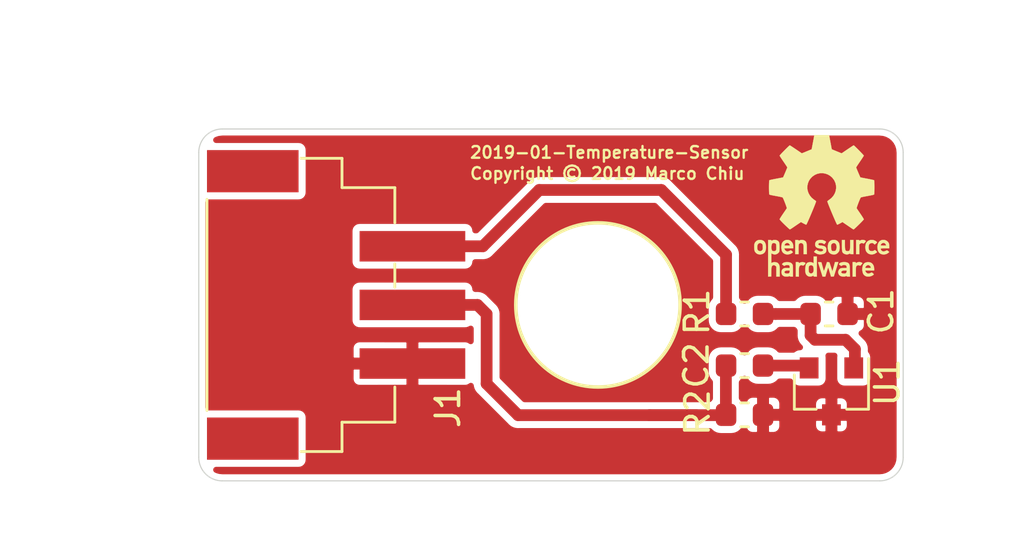
<source format=kicad_pcb>
(kicad_pcb (version 20171130) (host pcbnew "(5.1.4-0-10_14)")

  (general
    (thickness 1.6)
    (drawings 14)
    (tracks 23)
    (zones 0)
    (modules 8)
    (nets 6)
  )

  (page A4)
  (layers
    (0 F.Cu signal)
    (31 B.Cu signal)
    (32 B.Adhes user)
    (33 F.Adhes user)
    (34 B.Paste user)
    (35 F.Paste user)
    (36 B.SilkS user)
    (37 F.SilkS user)
    (38 B.Mask user)
    (39 F.Mask user)
    (40 Dwgs.User user)
    (41 Cmts.User user)
    (42 Eco1.User user)
    (43 Eco2.User user)
    (44 Edge.Cuts user)
    (45 Margin user)
    (46 B.CrtYd user hide)
    (47 F.CrtYd user)
    (48 B.Fab user hide)
    (49 F.Fab user hide)
  )

  (setup
    (last_trace_width 0.4)
    (trace_clearance 0.3)
    (zone_clearance 0.254)
    (zone_45_only no)
    (trace_min 0.2)
    (via_size 0.6)
    (via_drill 0.3)
    (via_min_size 0.4)
    (via_min_drill 0.3)
    (uvia_size 0.3)
    (uvia_drill 0.1)
    (uvias_allowed no)
    (uvia_min_size 0.2)
    (uvia_min_drill 0.1)
    (edge_width 0.05)
    (segment_width 0.2)
    (pcb_text_width 0.3)
    (pcb_text_size 1.5 1.5)
    (mod_edge_width 0.12)
    (mod_text_size 1 1)
    (mod_text_width 0.15)
    (pad_size 3.2 3.2)
    (pad_drill 3.2)
    (pad_to_mask_clearance 0.0508)
    (solder_mask_min_width 0.15)
    (aux_axis_origin 0 0)
    (grid_origin 100 100)
    (visible_elements FFFFFF7F)
    (pcbplotparams
      (layerselection 0x010fc_ffffffff)
      (usegerberextensions false)
      (usegerberattributes false)
      (usegerberadvancedattributes false)
      (creategerberjobfile false)
      (excludeedgelayer true)
      (linewidth 0.100000)
      (plotframeref false)
      (viasonmask false)
      (mode 1)
      (useauxorigin false)
      (hpglpennumber 1)
      (hpglpenspeed 20)
      (hpglpendiameter 15.000000)
      (psnegative false)
      (psa4output false)
      (plotreference true)
      (plotvalue true)
      (plotinvisibletext false)
      (padsonsilk false)
      (subtractmaskfromsilk false)
      (outputformat 1)
      (mirror false)
      (drillshape 1)
      (scaleselection 1)
      (outputdirectory ""))
  )

  (net 0 "")
  (net 1 GND)
  (net 2 "Net-(C1-Pad1)")
  (net 3 "Net-(C2-Pad1)")
  (net 4 "Net-(J1-Pad1)")
  (net 5 "Net-(R2-Pad1)")

  (net_class Default "This is the default net class."
    (clearance 0.3)
    (trace_width 0.4)
    (via_dia 0.6)
    (via_drill 0.3)
    (uvia_dia 0.3)
    (uvia_drill 0.1)
    (add_net GND)
    (add_net "Net-(C1-Pad1)")
    (add_net "Net-(C2-Pad1)")
    (add_net "Net-(J1-Pad1)")
    (add_net "Net-(R2-Pad1)")
  )

  (module Symbol:OSHW-Logo_5.7x6mm_SilkScreen (layer F.Cu) (tedit 0) (tstamp 5D862173)
    (at 126.525 88.275)
    (descr "Open Source Hardware Logo")
    (tags "Logo OSHW")
    (attr virtual)
    (fp_text reference REF** (at 0 0) (layer F.SilkS) hide
      (effects (font (size 1 1) (thickness 0.15)))
    )
    (fp_text value OSHW-Logo_5.7x6mm_SilkScreen (at 0.75 0) (layer F.Fab) hide
      (effects (font (size 1 1) (thickness 0.15)))
    )
    (fp_poly (pts (xy 0.376964 -2.709982) (xy 0.433812 -2.40843) (xy 0.853338 -2.235488) (xy 1.104984 -2.406605)
      (xy 1.175458 -2.45425) (xy 1.239163 -2.49679) (xy 1.293126 -2.532285) (xy 1.334373 -2.55879)
      (xy 1.359934 -2.574364) (xy 1.366895 -2.577722) (xy 1.379435 -2.569086) (xy 1.406231 -2.545208)
      (xy 1.44428 -2.509141) (xy 1.490579 -2.463933) (xy 1.542123 -2.412636) (xy 1.595909 -2.358299)
      (xy 1.648935 -2.303972) (xy 1.698195 -2.252705) (xy 1.740687 -2.207549) (xy 1.773407 -2.171554)
      (xy 1.793351 -2.14777) (xy 1.798119 -2.13981) (xy 1.791257 -2.125135) (xy 1.77202 -2.092986)
      (xy 1.74243 -2.046508) (xy 1.70451 -1.988844) (xy 1.660282 -1.92314) (xy 1.634654 -1.885664)
      (xy 1.587941 -1.817232) (xy 1.546432 -1.75548) (xy 1.51214 -1.703481) (xy 1.48708 -1.664308)
      (xy 1.473264 -1.641035) (xy 1.471188 -1.636145) (xy 1.475895 -1.622245) (xy 1.488723 -1.58985)
      (xy 1.507738 -1.543515) (xy 1.531003 -1.487794) (xy 1.556584 -1.427242) (xy 1.582545 -1.366414)
      (xy 1.60695 -1.309864) (xy 1.627863 -1.262148) (xy 1.643349 -1.227819) (xy 1.651472 -1.211432)
      (xy 1.651952 -1.210788) (xy 1.664707 -1.207659) (xy 1.698677 -1.200679) (xy 1.75034 -1.190533)
      (xy 1.816176 -1.177908) (xy 1.892664 -1.163491) (xy 1.93729 -1.155177) (xy 2.019021 -1.139616)
      (xy 2.092843 -1.124808) (xy 2.155021 -1.111564) (xy 2.201822 -1.100695) (xy 2.229509 -1.093011)
      (xy 2.235074 -1.090573) (xy 2.240526 -1.07407) (xy 2.244924 -1.0368) (xy 2.248272 -0.98312)
      (xy 2.250574 -0.917388) (xy 2.251832 -0.843963) (xy 2.252048 -0.767204) (xy 2.251227 -0.691468)
      (xy 2.249371 -0.621114) (xy 2.246482 -0.5605) (xy 2.242565 -0.513984) (xy 2.237622 -0.485925)
      (xy 2.234657 -0.480084) (xy 2.216934 -0.473083) (xy 2.179381 -0.463073) (xy 2.126964 -0.451231)
      (xy 2.064652 -0.438733) (xy 2.0429 -0.43469) (xy 1.938024 -0.41548) (xy 1.85518 -0.400009)
      (xy 1.79163 -0.387663) (xy 1.744637 -0.377827) (xy 1.711463 -0.369886) (xy 1.689371 -0.363224)
      (xy 1.675624 -0.357227) (xy 1.667484 -0.351281) (xy 1.666345 -0.350106) (xy 1.654977 -0.331174)
      (xy 1.637635 -0.294331) (xy 1.61605 -0.244087) (xy 1.591954 -0.184954) (xy 1.567079 -0.121444)
      (xy 1.543157 -0.058068) (xy 1.521919 0.000662) (xy 1.505097 0.050235) (xy 1.494422 0.086139)
      (xy 1.491627 0.103862) (xy 1.49186 0.104483) (xy 1.501331 0.11897) (xy 1.522818 0.150844)
      (xy 1.554063 0.196789) (xy 1.592807 0.253485) (xy 1.636793 0.317617) (xy 1.649319 0.335842)
      (xy 1.693984 0.401914) (xy 1.733288 0.4622) (xy 1.765088 0.513235) (xy 1.787245 0.55156)
      (xy 1.797617 0.573711) (xy 1.798119 0.576432) (xy 1.789405 0.590736) (xy 1.765325 0.619072)
      (xy 1.728976 0.658396) (xy 1.683453 0.705661) (xy 1.631852 0.757823) (xy 1.577267 0.811835)
      (xy 1.522794 0.864653) (xy 1.471529 0.913231) (xy 1.426567 0.954523) (xy 1.391004 0.985485)
      (xy 1.367935 1.00307) (xy 1.361554 1.005941) (xy 1.346699 0.999178) (xy 1.316286 0.980939)
      (xy 1.275268 0.954297) (xy 1.243709 0.932852) (xy 1.186525 0.893503) (xy 1.118806 0.847171)
      (xy 1.05088 0.800913) (xy 1.014361 0.776155) (xy 0.890752 0.692547) (xy 0.786991 0.74865)
      (xy 0.73972 0.773228) (xy 0.699523 0.792331) (xy 0.672326 0.803227) (xy 0.665402 0.804743)
      (xy 0.657077 0.793549) (xy 0.640654 0.761917) (xy 0.617357 0.712765) (xy 0.588414 0.64901)
      (xy 0.55505 0.573571) (xy 0.518491 0.489364) (xy 0.479964 0.399308) (xy 0.440694 0.306321)
      (xy 0.401908 0.21332) (xy 0.36483 0.123223) (xy 0.330689 0.038948) (xy 0.300708 -0.036587)
      (xy 0.276116 -0.100466) (xy 0.258136 -0.149769) (xy 0.247997 -0.181579) (xy 0.246366 -0.192504)
      (xy 0.259291 -0.206439) (xy 0.287589 -0.22906) (xy 0.325346 -0.255667) (xy 0.328515 -0.257772)
      (xy 0.4261 -0.335886) (xy 0.504786 -0.427018) (xy 0.563891 -0.528255) (xy 0.602732 -0.636682)
      (xy 0.620628 -0.749386) (xy 0.616897 -0.863452) (xy 0.590857 -0.975966) (xy 0.541825 -1.084015)
      (xy 0.5274 -1.107655) (xy 0.452369 -1.203113) (xy 0.36373 -1.279768) (xy 0.264549 -1.33722)
      (xy 0.157895 -1.375071) (xy 0.046836 -1.392922) (xy -0.065561 -1.390375) (xy -0.176227 -1.36703)
      (xy -0.282094 -1.32249) (xy -0.380095 -1.256355) (xy -0.41041 -1.229513) (xy -0.487562 -1.145488)
      (xy -0.543782 -1.057034) (xy -0.582347 -0.957885) (xy -0.603826 -0.859697) (xy -0.609128 -0.749303)
      (xy -0.591448 -0.63836) (xy -0.552581 -0.530619) (xy -0.494323 -0.429831) (xy -0.418469 -0.339744)
      (xy -0.326817 -0.264108) (xy -0.314772 -0.256136) (xy -0.276611 -0.230026) (xy -0.247601 -0.207405)
      (xy -0.233732 -0.192961) (xy -0.233531 -0.192504) (xy -0.236508 -0.176879) (xy -0.248311 -0.141418)
      (xy -0.267714 -0.089038) (xy -0.293488 -0.022655) (xy -0.324409 0.054814) (xy -0.359249 0.14045)
      (xy -0.396783 0.231337) (xy -0.435783 0.324559) (xy -0.475023 0.417197) (xy -0.513276 0.506335)
      (xy -0.549317 0.589055) (xy -0.581917 0.662441) (xy -0.609852 0.723575) (xy -0.631895 0.769541)
      (xy -0.646818 0.797421) (xy -0.652828 0.804743) (xy -0.671191 0.799041) (xy -0.705552 0.783749)
      (xy -0.749984 0.761599) (xy -0.774417 0.74865) (xy -0.878178 0.692547) (xy -1.001787 0.776155)
      (xy -1.064886 0.818987) (xy -1.13397 0.866122) (xy -1.198707 0.910503) (xy -1.231134 0.932852)
      (xy -1.276741 0.963477) (xy -1.31536 0.987747) (xy -1.341952 1.002587) (xy -1.35059 1.005724)
      (xy -1.363161 0.997261) (xy -1.390984 0.973636) (xy -1.431361 0.937302) (xy -1.481595 0.890711)
      (xy -1.538988 0.836317) (xy -1.575286 0.801392) (xy -1.63879 0.738996) (xy -1.693673 0.683188)
      (xy -1.737714 0.636354) (xy -1.768695 0.600882) (xy -1.784398 0.579161) (xy -1.785905 0.574752)
      (xy -1.778914 0.557985) (xy -1.759594 0.524082) (xy -1.730091 0.476476) (xy -1.692545 0.418599)
      (xy -1.6491 0.353884) (xy -1.636745 0.335842) (xy -1.591727 0.270267) (xy -1.55134 0.211228)
      (xy -1.51784 0.162042) (xy -1.493486 0.126028) (xy -1.480536 0.106502) (xy -1.479285 0.104483)
      (xy -1.481156 0.088922) (xy -1.491087 0.054709) (xy -1.507347 0.006355) (xy -1.528205 -0.051629)
      (xy -1.551927 -0.11473) (xy -1.576784 -0.178437) (xy -1.601042 -0.238239) (xy -1.622971 -0.289624)
      (xy -1.640838 -0.328081) (xy -1.652913 -0.349098) (xy -1.653771 -0.350106) (xy -1.661154 -0.356112)
      (xy -1.673625 -0.362052) (xy -1.69392 -0.36854) (xy -1.724778 -0.376191) (xy -1.768934 -0.38562)
      (xy -1.829126 -0.397441) (xy -1.908093 -0.412271) (xy -2.00857 -0.430723) (xy -2.030325 -0.43469)
      (xy -2.094802 -0.447147) (xy -2.151011 -0.459334) (xy -2.193987 -0.470074) (xy -2.21876 -0.478191)
      (xy -2.222082 -0.480084) (xy -2.227556 -0.496862) (xy -2.232006 -0.534355) (xy -2.235428 -0.588206)
      (xy -2.237819 -0.654056) (xy -2.239177 -0.727547) (xy -2.239499 -0.80432) (xy -2.238781 -0.880017)
      (xy -2.237021 -0.95028) (xy -2.234216 -1.01075) (xy -2.230362 -1.05707) (xy -2.225457 -1.084881)
      (xy -2.2225 -1.090573) (xy -2.206037 -1.096314) (xy -2.168551 -1.105655) (xy -2.113775 -1.117785)
      (xy -2.045445 -1.131893) (xy -1.967294 -1.14717) (xy -1.924716 -1.155177) (xy -1.843929 -1.170279)
      (xy -1.771887 -1.18396) (xy -1.712111 -1.195533) (xy -1.668121 -1.204313) (xy -1.643439 -1.209613)
      (xy -1.639377 -1.210788) (xy -1.632511 -1.224035) (xy -1.617998 -1.255943) (xy -1.597771 -1.301953)
      (xy -1.573766 -1.357508) (xy -1.547918 -1.418047) (xy -1.52216 -1.479014) (xy -1.498427 -1.535849)
      (xy -1.478654 -1.583994) (xy -1.464776 -1.61889) (xy -1.458726 -1.635979) (xy -1.458614 -1.636726)
      (xy -1.465472 -1.650207) (xy -1.484698 -1.68123) (xy -1.514272 -1.726711) (xy -1.552173 -1.783568)
      (xy -1.59638 -1.848717) (xy -1.622079 -1.886138) (xy -1.668907 -1.954753) (xy -1.710499 -2.017048)
      (xy -1.744825 -2.069871) (xy -1.769857 -2.110073) (xy -1.783565 -2.1345) (xy -1.785544 -2.139976)
      (xy -1.777034 -2.152722) (xy -1.753507 -2.179937) (xy -1.717968 -2.218572) (xy -1.673423 -2.265577)
      (xy -1.622877 -2.317905) (xy -1.569336 -2.372505) (xy -1.515805 -2.42633) (xy -1.465289 -2.47633)
      (xy -1.420794 -2.519457) (xy -1.385325 -2.552661) (xy -1.361887 -2.572894) (xy -1.354046 -2.577722)
      (xy -1.34128 -2.570933) (xy -1.310744 -2.551858) (xy -1.26541 -2.522439) (xy -1.208244 -2.484619)
      (xy -1.142216 -2.440339) (xy -1.09241 -2.406605) (xy -0.840764 -2.235488) (xy -0.631001 -2.321959)
      (xy -0.421237 -2.40843) (xy -0.364389 -2.709982) (xy -0.30754 -3.011534) (xy 0.320115 -3.011534)
      (xy 0.376964 -2.709982)) (layer F.SilkS) (width 0.01))
    (fp_poly (pts (xy 1.79946 1.45803) (xy 1.842711 1.471245) (xy 1.870558 1.487941) (xy 1.879629 1.501145)
      (xy 1.877132 1.516797) (xy 1.860931 1.541385) (xy 1.847232 1.5588) (xy 1.818992 1.590283)
      (xy 1.797775 1.603529) (xy 1.779688 1.602664) (xy 1.726035 1.58901) (xy 1.68663 1.58963)
      (xy 1.654632 1.605104) (xy 1.64389 1.614161) (xy 1.609505 1.646027) (xy 1.609505 2.062179)
      (xy 1.471188 2.062179) (xy 1.471188 1.458614) (xy 1.540347 1.458614) (xy 1.581869 1.460256)
      (xy 1.603291 1.466087) (xy 1.609502 1.477461) (xy 1.609505 1.477798) (xy 1.612439 1.489713)
      (xy 1.625704 1.488159) (xy 1.644084 1.479563) (xy 1.682046 1.463568) (xy 1.712872 1.453945)
      (xy 1.752536 1.451478) (xy 1.79946 1.45803)) (layer F.SilkS) (width 0.01))
    (fp_poly (pts (xy -0.754012 1.469002) (xy -0.722717 1.48395) (xy -0.692409 1.505541) (xy -0.669318 1.530391)
      (xy -0.6525 1.562087) (xy -0.641006 1.604214) (xy -0.633891 1.660358) (xy -0.630207 1.734106)
      (xy -0.629008 1.829044) (xy -0.628989 1.838985) (xy -0.628713 2.062179) (xy -0.76703 2.062179)
      (xy -0.76703 1.856418) (xy -0.767128 1.780189) (xy -0.767809 1.724939) (xy -0.769651 1.686501)
      (xy -0.773233 1.660706) (xy -0.779132 1.643384) (xy -0.787927 1.630368) (xy -0.80018 1.617507)
      (xy -0.843047 1.589873) (xy -0.889843 1.584745) (xy -0.934424 1.602217) (xy -0.949928 1.615221)
      (xy -0.96131 1.627447) (xy -0.969481 1.64054) (xy -0.974974 1.658615) (xy -0.97832 1.685787)
      (xy -0.980051 1.72617) (xy -0.980697 1.783879) (xy -0.980792 1.854132) (xy -0.980792 2.062179)
      (xy -1.119109 2.062179) (xy -1.119109 1.458614) (xy -1.04995 1.458614) (xy -1.008428 1.460256)
      (xy -0.987006 1.466087) (xy -0.980795 1.477461) (xy -0.980792 1.477798) (xy -0.97791 1.488938)
      (xy -0.965199 1.487674) (xy -0.939926 1.475434) (xy -0.882605 1.457424) (xy -0.817037 1.455421)
      (xy -0.754012 1.469002)) (layer F.SilkS) (width 0.01))
    (fp_poly (pts (xy 2.677898 1.456457) (xy 2.710096 1.464279) (xy 2.771825 1.492921) (xy 2.82461 1.536667)
      (xy 2.861141 1.589117) (xy 2.86616 1.600893) (xy 2.873045 1.63174) (xy 2.877864 1.677371)
      (xy 2.879505 1.723492) (xy 2.879505 1.810693) (xy 2.697178 1.810693) (xy 2.621979 1.810978)
      (xy 2.569003 1.812704) (xy 2.535325 1.817181) (xy 2.51802 1.82572) (xy 2.514163 1.83963)
      (xy 2.520829 1.860222) (xy 2.53277 1.884315) (xy 2.56608 1.924525) (xy 2.612368 1.944558)
      (xy 2.668944 1.943905) (xy 2.733031 1.922101) (xy 2.788417 1.895193) (xy 2.834375 1.931532)
      (xy 2.880333 1.967872) (xy 2.837096 2.007819) (xy 2.779374 2.045563) (xy 2.708386 2.06832)
      (xy 2.632029 2.074688) (xy 2.558199 2.063268) (xy 2.546287 2.059393) (xy 2.481399 2.025506)
      (xy 2.43313 1.974986) (xy 2.400465 1.906325) (xy 2.382385 1.818014) (xy 2.382175 1.816121)
      (xy 2.380556 1.719878) (xy 2.3871 1.685542) (xy 2.514852 1.685542) (xy 2.526584 1.690822)
      (xy 2.558438 1.694867) (xy 2.605397 1.697176) (xy 2.635154 1.697525) (xy 2.690648 1.697306)
      (xy 2.725346 1.695916) (xy 2.743601 1.692251) (xy 2.749766 1.68521) (xy 2.748195 1.67369)
      (xy 2.746878 1.669233) (xy 2.724382 1.627355) (xy 2.689003 1.593604) (xy 2.65778 1.578773)
      (xy 2.616301 1.579668) (xy 2.574269 1.598164) (xy 2.539012 1.628786) (xy 2.517854 1.666062)
      (xy 2.514852 1.685542) (xy 2.3871 1.685542) (xy 2.39669 1.635229) (xy 2.428698 1.564191)
      (xy 2.474701 1.508779) (xy 2.532821 1.471009) (xy 2.60118 1.452896) (xy 2.677898 1.456457)) (layer F.SilkS) (width 0.01))
    (fp_poly (pts (xy 2.217226 1.46388) (xy 2.29008 1.49483) (xy 2.313027 1.509895) (xy 2.342354 1.533048)
      (xy 2.360764 1.551253) (xy 2.363961 1.557183) (xy 2.354935 1.57034) (xy 2.331837 1.592667)
      (xy 2.313344 1.60825) (xy 2.262728 1.648926) (xy 2.22276 1.615295) (xy 2.191874 1.593584)
      (xy 2.161759 1.58609) (xy 2.127292 1.58792) (xy 2.072561 1.601528) (xy 2.034886 1.629772)
      (xy 2.011991 1.675433) (xy 2.001597 1.741289) (xy 2.001595 1.741331) (xy 2.002494 1.814939)
      (xy 2.016463 1.868946) (xy 2.044328 1.905716) (xy 2.063325 1.918168) (xy 2.113776 1.933673)
      (xy 2.167663 1.933683) (xy 2.214546 1.918638) (xy 2.225644 1.911287) (xy 2.253476 1.892511)
      (xy 2.275236 1.889434) (xy 2.298704 1.903409) (xy 2.324649 1.92851) (xy 2.365716 1.97088)
      (xy 2.320121 2.008464) (xy 2.249674 2.050882) (xy 2.170233 2.071785) (xy 2.087215 2.070272)
      (xy 2.032694 2.056411) (xy 1.96897 2.022135) (xy 1.918005 1.968212) (xy 1.894851 1.930149)
      (xy 1.876099 1.875536) (xy 1.866715 1.806369) (xy 1.866643 1.731407) (xy 1.875824 1.659409)
      (xy 1.894199 1.599137) (xy 1.897093 1.592958) (xy 1.939952 1.532351) (xy 1.997979 1.488224)
      (xy 2.066591 1.461493) (xy 2.141201 1.453073) (xy 2.217226 1.46388)) (layer F.SilkS) (width 0.01))
    (fp_poly (pts (xy 0.993367 1.654342) (xy 0.994555 1.746563) (xy 0.998897 1.81661) (xy 1.007558 1.867381)
      (xy 1.021704 1.901772) (xy 1.0425 1.922679) (xy 1.07111 1.933) (xy 1.106535 1.935636)
      (xy 1.143636 1.932682) (xy 1.171818 1.921889) (xy 1.192243 1.90036) (xy 1.206079 1.865199)
      (xy 1.214491 1.81351) (xy 1.218643 1.742394) (xy 1.219703 1.654342) (xy 1.219703 1.458614)
      (xy 1.35802 1.458614) (xy 1.35802 2.062179) (xy 1.288862 2.062179) (xy 1.24717 2.060489)
      (xy 1.225701 2.054556) (xy 1.219703 2.043293) (xy 1.216091 2.033261) (xy 1.201714 2.035383)
      (xy 1.172736 2.04958) (xy 1.106319 2.07148) (xy 1.035875 2.069928) (xy 0.968377 2.046147)
      (xy 0.936233 2.027362) (xy 0.911715 2.007022) (xy 0.893804 1.981573) (xy 0.881479 1.947458)
      (xy 0.873723 1.901121) (xy 0.869516 1.839007) (xy 0.86784 1.757561) (xy 0.867624 1.694578)
      (xy 0.867624 1.458614) (xy 0.993367 1.458614) (xy 0.993367 1.654342)) (layer F.SilkS) (width 0.01))
    (fp_poly (pts (xy 0.610762 1.466055) (xy 0.674363 1.500692) (xy 0.724123 1.555372) (xy 0.747568 1.599842)
      (xy 0.757634 1.639121) (xy 0.764156 1.695116) (xy 0.766951 1.759621) (xy 0.765836 1.824429)
      (xy 0.760626 1.881334) (xy 0.754541 1.911727) (xy 0.734014 1.953306) (xy 0.698463 1.997468)
      (xy 0.655619 2.036087) (xy 0.613211 2.061034) (xy 0.612177 2.06143) (xy 0.559553 2.072331)
      (xy 0.497188 2.072601) (xy 0.437924 2.062676) (xy 0.41504 2.054722) (xy 0.356102 2.0213)
      (xy 0.31389 1.977511) (xy 0.286156 1.919538) (xy 0.270651 1.843565) (xy 0.267143 1.803771)
      (xy 0.26759 1.753766) (xy 0.402376 1.753766) (xy 0.406917 1.826732) (xy 0.419986 1.882334)
      (xy 0.440756 1.917861) (xy 0.455552 1.92802) (xy 0.493464 1.935104) (xy 0.538527 1.933007)
      (xy 0.577487 1.922812) (xy 0.587704 1.917204) (xy 0.614659 1.884538) (xy 0.632451 1.834545)
      (xy 0.640024 1.773705) (xy 0.636325 1.708497) (xy 0.628057 1.669253) (xy 0.60432 1.623805)
      (xy 0.566849 1.595396) (xy 0.52172 1.585573) (xy 0.475011 1.595887) (xy 0.439132 1.621112)
      (xy 0.420277 1.641925) (xy 0.409272 1.662439) (xy 0.404026 1.690203) (xy 0.402449 1.732762)
      (xy 0.402376 1.753766) (xy 0.26759 1.753766) (xy 0.268094 1.69758) (xy 0.285388 1.610501)
      (xy 0.319029 1.54253) (xy 0.369018 1.493664) (xy 0.435356 1.463899) (xy 0.449601 1.460448)
      (xy 0.53521 1.452345) (xy 0.610762 1.466055)) (layer F.SilkS) (width 0.01))
    (fp_poly (pts (xy 0.014017 1.456452) (xy 0.061634 1.465482) (xy 0.111034 1.48437) (xy 0.116312 1.486777)
      (xy 0.153774 1.506476) (xy 0.179717 1.524781) (xy 0.188103 1.536508) (xy 0.180117 1.555632)
      (xy 0.16072 1.58385) (xy 0.15211 1.594384) (xy 0.116628 1.635847) (xy 0.070885 1.608858)
      (xy 0.02735 1.590878) (xy -0.02295 1.581267) (xy -0.071188 1.58066) (xy -0.108533 1.589691)
      (xy -0.117495 1.595327) (xy -0.134563 1.621171) (xy -0.136637 1.650941) (xy -0.123866 1.674197)
      (xy -0.116312 1.678708) (xy -0.093675 1.684309) (xy -0.053885 1.690892) (xy -0.004834 1.697183)
      (xy 0.004215 1.69817) (xy 0.082996 1.711798) (xy 0.140136 1.734946) (xy 0.17803 1.769752)
      (xy 0.199079 1.818354) (xy 0.205635 1.877718) (xy 0.196577 1.945198) (xy 0.167164 1.998188)
      (xy 0.117278 2.036783) (xy 0.0468 2.061081) (xy -0.031435 2.070667) (xy -0.095234 2.070552)
      (xy -0.146984 2.061845) (xy -0.182327 2.049825) (xy -0.226983 2.02888) (xy -0.268253 2.004574)
      (xy -0.282921 1.993876) (xy -0.320643 1.963084) (xy -0.275148 1.917049) (xy -0.229653 1.871013)
      (xy -0.177928 1.905243) (xy -0.126048 1.930952) (xy -0.070649 1.944399) (xy -0.017395 1.945818)
      (xy 0.028049 1.935443) (xy 0.060016 1.913507) (xy 0.070338 1.894998) (xy 0.068789 1.865314)
      (xy 0.04314 1.842615) (xy -0.00654 1.82694) (xy -0.060969 1.819695) (xy -0.144736 1.805873)
      (xy -0.206967 1.779796) (xy -0.248493 1.740699) (xy -0.270147 1.68782) (xy -0.273147 1.625126)
      (xy -0.258329 1.559642) (xy -0.224546 1.510144) (xy -0.171495 1.476408) (xy -0.098874 1.458207)
      (xy -0.045072 1.454639) (xy 0.014017 1.456452)) (layer F.SilkS) (width 0.01))
    (fp_poly (pts (xy -1.356699 1.472614) (xy -1.344168 1.478514) (xy -1.300799 1.510283) (xy -1.25979 1.556646)
      (xy -1.229168 1.607696) (xy -1.220459 1.631166) (xy -1.212512 1.673091) (xy -1.207774 1.723757)
      (xy -1.207199 1.744679) (xy -1.207129 1.810693) (xy -1.587083 1.810693) (xy -1.578983 1.845273)
      (xy -1.559104 1.88617) (xy -1.524347 1.921514) (xy -1.482998 1.944282) (xy -1.456649 1.94901)
      (xy -1.420916 1.943273) (xy -1.378282 1.928882) (xy -1.363799 1.922262) (xy -1.31024 1.895513)
      (xy -1.264533 1.930376) (xy -1.238158 1.953955) (xy -1.224124 1.973417) (xy -1.223414 1.979129)
      (xy -1.235951 1.992973) (xy -1.263428 2.014012) (xy -1.288366 2.030425) (xy -1.355664 2.05993)
      (xy -1.43111 2.073284) (xy -1.505888 2.069812) (xy -1.565495 2.051663) (xy -1.626941 2.012784)
      (xy -1.670608 1.961595) (xy -1.697926 1.895367) (xy -1.710322 1.811371) (xy -1.711421 1.772936)
      (xy -1.707022 1.684861) (xy -1.706482 1.682299) (xy -1.580582 1.682299) (xy -1.577115 1.690558)
      (xy -1.562863 1.695113) (xy -1.53347 1.697065) (xy -1.484575 1.697517) (xy -1.465748 1.697525)
      (xy -1.408467 1.696843) (xy -1.372141 1.694364) (xy -1.352604 1.689443) (xy -1.34569 1.681434)
      (xy -1.345445 1.678862) (xy -1.353336 1.658423) (xy -1.373085 1.629789) (xy -1.381575 1.619763)
      (xy -1.413094 1.591408) (xy -1.445949 1.580259) (xy -1.463651 1.579327) (xy -1.511539 1.590981)
      (xy -1.551699 1.622285) (xy -1.577173 1.667752) (xy -1.577625 1.669233) (xy -1.580582 1.682299)
      (xy -1.706482 1.682299) (xy -1.692392 1.61551) (xy -1.666038 1.560025) (xy -1.633807 1.520639)
      (xy -1.574217 1.477931) (xy -1.504168 1.455109) (xy -1.429661 1.453046) (xy -1.356699 1.472614)) (layer F.SilkS) (width 0.01))
    (fp_poly (pts (xy -2.538261 1.465148) (xy -2.472479 1.494231) (xy -2.42254 1.542793) (xy -2.388374 1.610908)
      (xy -2.369907 1.698651) (xy -2.368583 1.712351) (xy -2.367546 1.808939) (xy -2.380993 1.893602)
      (xy -2.408108 1.962221) (xy -2.422627 1.984294) (xy -2.473201 2.031011) (xy -2.537609 2.061268)
      (xy -2.609666 2.073824) (xy -2.683185 2.067439) (xy -2.739072 2.047772) (xy -2.787132 2.014629)
      (xy -2.826412 1.971175) (xy -2.827092 1.970158) (xy -2.843044 1.943338) (xy -2.85341 1.916368)
      (xy -2.859688 1.882332) (xy -2.863373 1.83431) (xy -2.864997 1.794931) (xy -2.865672 1.759219)
      (xy -2.739955 1.759219) (xy -2.738726 1.79477) (xy -2.734266 1.842094) (xy -2.726397 1.872465)
      (xy -2.712207 1.894072) (xy -2.698917 1.906694) (xy -2.651802 1.933122) (xy -2.602505 1.936653)
      (xy -2.556593 1.917639) (xy -2.533638 1.896331) (xy -2.517096 1.874859) (xy -2.507421 1.854313)
      (xy -2.503174 1.827574) (xy -2.50292 1.787523) (xy -2.504228 1.750638) (xy -2.507043 1.697947)
      (xy -2.511505 1.663772) (xy -2.519548 1.64148) (xy -2.533103 1.624442) (xy -2.543845 1.614703)
      (xy -2.588777 1.589123) (xy -2.637249 1.587847) (xy -2.677894 1.602999) (xy -2.712567 1.634642)
      (xy -2.733224 1.68662) (xy -2.739955 1.759219) (xy -2.865672 1.759219) (xy -2.866479 1.716621)
      (xy -2.863948 1.658056) (xy -2.856362 1.614007) (xy -2.842681 1.579248) (xy -2.821865 1.548551)
      (xy -2.814147 1.539436) (xy -2.765889 1.494021) (xy -2.714128 1.467493) (xy -2.650828 1.456379)
      (xy -2.619961 1.455471) (xy -2.538261 1.465148)) (layer F.SilkS) (width 0.01))
    (fp_poly (pts (xy 2.032581 2.40497) (xy 2.092685 2.420597) (xy 2.143021 2.452848) (xy 2.167393 2.47694)
      (xy 2.207345 2.533895) (xy 2.230242 2.599965) (xy 2.238108 2.681182) (xy 2.238148 2.687748)
      (xy 2.238218 2.753763) (xy 1.858264 2.753763) (xy 1.866363 2.788342) (xy 1.880987 2.819659)
      (xy 1.906581 2.852291) (xy 1.911935 2.8575) (xy 1.957943 2.885694) (xy 2.01041 2.890475)
      (xy 2.070803 2.871926) (xy 2.08104 2.866931) (xy 2.112439 2.851745) (xy 2.13347 2.843094)
      (xy 2.137139 2.842293) (xy 2.149948 2.850063) (xy 2.174378 2.869072) (xy 2.186779 2.87946)
      (xy 2.212476 2.903321) (xy 2.220915 2.919077) (xy 2.215058 2.933571) (xy 2.211928 2.937534)
      (xy 2.190725 2.954879) (xy 2.155738 2.975959) (xy 2.131337 2.988265) (xy 2.062072 3.009946)
      (xy 1.985388 3.016971) (xy 1.912765 3.008647) (xy 1.892426 3.002686) (xy 1.829476 2.968952)
      (xy 1.782815 2.917045) (xy 1.752173 2.846459) (xy 1.737282 2.756692) (xy 1.735647 2.709753)
      (xy 1.740421 2.641413) (xy 1.86099 2.641413) (xy 1.872652 2.646465) (xy 1.903998 2.650429)
      (xy 1.949571 2.652768) (xy 1.980446 2.653169) (xy 2.035981 2.652783) (xy 2.071033 2.650975)
      (xy 2.090262 2.646773) (xy 2.09833 2.639203) (xy 2.099901 2.628218) (xy 2.089121 2.594381)
      (xy 2.06198 2.56094) (xy 2.026277 2.535272) (xy 1.99056 2.524772) (xy 1.942048 2.534086)
      (xy 1.900053 2.561013) (xy 1.870936 2.599827) (xy 1.86099 2.641413) (xy 1.740421 2.641413)
      (xy 1.742599 2.610236) (xy 1.764055 2.530949) (xy 1.80047 2.471263) (xy 1.852297 2.430549)
      (xy 1.91999 2.408179) (xy 1.956662 2.403871) (xy 2.032581 2.40497)) (layer F.SilkS) (width 0.01))
    (fp_poly (pts (xy 1.635255 2.401486) (xy 1.683595 2.411015) (xy 1.711114 2.425125) (xy 1.740064 2.448568)
      (xy 1.698876 2.500571) (xy 1.673482 2.532064) (xy 1.656238 2.547428) (xy 1.639102 2.549776)
      (xy 1.614027 2.542217) (xy 1.602257 2.537941) (xy 1.55427 2.531631) (xy 1.510324 2.545156)
      (xy 1.47806 2.57571) (xy 1.472819 2.585452) (xy 1.467112 2.611258) (xy 1.462706 2.658817)
      (xy 1.459811 2.724758) (xy 1.458631 2.80571) (xy 1.458614 2.817226) (xy 1.458614 3.017822)
      (xy 1.320297 3.017822) (xy 1.320297 2.401683) (xy 1.389456 2.401683) (xy 1.429333 2.402725)
      (xy 1.450107 2.407358) (xy 1.457789 2.417849) (xy 1.458614 2.427745) (xy 1.458614 2.453806)
      (xy 1.491745 2.427745) (xy 1.529735 2.409965) (xy 1.58077 2.401174) (xy 1.635255 2.401486)) (layer F.SilkS) (width 0.01))
    (fp_poly (pts (xy 1.038411 2.405417) (xy 1.091411 2.41829) (xy 1.106731 2.42511) (xy 1.136428 2.442974)
      (xy 1.15922 2.463093) (xy 1.176083 2.488962) (xy 1.187998 2.524073) (xy 1.195942 2.57192)
      (xy 1.200894 2.635996) (xy 1.203831 2.719794) (xy 1.204947 2.775768) (xy 1.209052 3.017822)
      (xy 1.138932 3.017822) (xy 1.096393 3.016038) (xy 1.074476 3.009942) (xy 1.068812 2.999706)
      (xy 1.065821 2.988637) (xy 1.052451 2.990754) (xy 1.034233 2.999629) (xy 0.988624 3.013233)
      (xy 0.930007 3.016899) (xy 0.868354 3.010903) (xy 0.813638 2.995521) (xy 0.80873 2.993386)
      (xy 0.758723 2.958255) (xy 0.725756 2.909419) (xy 0.710587 2.852333) (xy 0.711746 2.831824)
      (xy 0.835508 2.831824) (xy 0.846413 2.859425) (xy 0.878745 2.879204) (xy 0.93091 2.889819)
      (xy 0.958787 2.891228) (xy 1.005247 2.88762) (xy 1.036129 2.873597) (xy 1.043664 2.866931)
      (xy 1.064076 2.830666) (xy 1.068812 2.797773) (xy 1.068812 2.753763) (xy 1.007513 2.753763)
      (xy 0.936256 2.757395) (xy 0.886276 2.768818) (xy 0.854696 2.788824) (xy 0.847626 2.797743)
      (xy 0.835508 2.831824) (xy 0.711746 2.831824) (xy 0.713971 2.792456) (xy 0.736663 2.735244)
      (xy 0.767624 2.69658) (xy 0.786376 2.679864) (xy 0.804733 2.668878) (xy 0.828619 2.66218)
      (xy 0.863957 2.658326) (xy 0.916669 2.655873) (xy 0.937577 2.655168) (xy 1.068812 2.650879)
      (xy 1.06862 2.611158) (xy 1.063537 2.569405) (xy 1.045162 2.544158) (xy 1.008039 2.52803)
      (xy 1.007043 2.527742) (xy 0.95441 2.5214) (xy 0.902906 2.529684) (xy 0.86463 2.549827)
      (xy 0.849272 2.559773) (xy 0.83273 2.558397) (xy 0.807275 2.543987) (xy 0.792328 2.533817)
      (xy 0.763091 2.512088) (xy 0.74498 2.4958) (xy 0.742074 2.491137) (xy 0.75404 2.467005)
      (xy 0.789396 2.438185) (xy 0.804753 2.428461) (xy 0.848901 2.411714) (xy 0.908398 2.402227)
      (xy 0.974487 2.400095) (xy 1.038411 2.405417)) (layer F.SilkS) (width 0.01))
    (fp_poly (pts (xy 0.281524 2.404237) (xy 0.331255 2.407971) (xy 0.461291 2.797773) (xy 0.481678 2.728614)
      (xy 0.493946 2.685874) (xy 0.510085 2.628115) (xy 0.527512 2.564625) (xy 0.536726 2.53057)
      (xy 0.571388 2.401683) (xy 0.714391 2.401683) (xy 0.671646 2.536857) (xy 0.650596 2.603342)
      (xy 0.625167 2.683539) (xy 0.59861 2.767193) (xy 0.574902 2.841782) (xy 0.520902 3.011535)
      (xy 0.462598 3.015328) (xy 0.404295 3.019122) (xy 0.372679 2.914734) (xy 0.353182 2.849889)
      (xy 0.331904 2.7784) (xy 0.313308 2.715263) (xy 0.312574 2.71275) (xy 0.298684 2.669969)
      (xy 0.286429 2.640779) (xy 0.277846 2.629741) (xy 0.276082 2.631018) (xy 0.269891 2.64813)
      (xy 0.258128 2.684787) (xy 0.242225 2.736378) (xy 0.223614 2.798294) (xy 0.213543 2.832352)
      (xy 0.159007 3.017822) (xy 0.043264 3.017822) (xy -0.049263 2.725471) (xy -0.075256 2.643462)
      (xy -0.098934 2.568987) (xy -0.11918 2.505544) (xy -0.134874 2.456632) (xy -0.144898 2.425749)
      (xy -0.147945 2.416726) (xy -0.145533 2.407487) (xy -0.126592 2.403441) (xy -0.087177 2.403846)
      (xy -0.081007 2.404152) (xy -0.007914 2.407971) (xy 0.039957 2.58401) (xy 0.057553 2.648211)
      (xy 0.073277 2.704649) (xy 0.085746 2.748422) (xy 0.093574 2.77463) (xy 0.09502 2.778903)
      (xy 0.101014 2.77399) (xy 0.113101 2.748532) (xy 0.129893 2.705997) (xy 0.150003 2.64985)
      (xy 0.167003 2.59913) (xy 0.231794 2.400504) (xy 0.281524 2.404237)) (layer F.SilkS) (width 0.01))
    (fp_poly (pts (xy -0.201188 3.017822) (xy -0.270346 3.017822) (xy -0.310488 3.016645) (xy -0.331394 3.011772)
      (xy -0.338922 3.001186) (xy -0.339505 2.994029) (xy -0.340774 2.979676) (xy -0.348779 2.976923)
      (xy -0.369815 2.985771) (xy -0.386173 2.994029) (xy -0.448977 3.013597) (xy -0.517248 3.014729)
      (xy -0.572752 3.000135) (xy -0.624438 2.964877) (xy -0.663838 2.912835) (xy -0.685413 2.85145)
      (xy -0.685962 2.848018) (xy -0.689167 2.810571) (xy -0.690761 2.756813) (xy -0.690633 2.716155)
      (xy -0.553279 2.716155) (xy -0.550097 2.770194) (xy -0.542859 2.814735) (xy -0.53306 2.839888)
      (xy -0.495989 2.87426) (xy -0.451974 2.886582) (xy -0.406584 2.876618) (xy -0.367797 2.846895)
      (xy -0.353108 2.826905) (xy -0.344519 2.80305) (xy -0.340496 2.76823) (xy -0.339505 2.71593)
      (xy -0.341278 2.664139) (xy -0.345963 2.618634) (xy -0.352603 2.588181) (xy -0.35371 2.585452)
      (xy -0.380491 2.553) (xy -0.419579 2.535183) (xy -0.463315 2.532306) (xy -0.504038 2.544674)
      (xy -0.534087 2.572593) (xy -0.537204 2.578148) (xy -0.546961 2.612022) (xy -0.552277 2.660728)
      (xy -0.553279 2.716155) (xy -0.690633 2.716155) (xy -0.690568 2.69554) (xy -0.689664 2.662563)
      (xy -0.683514 2.580981) (xy -0.670733 2.51973) (xy -0.649471 2.474449) (xy -0.617878 2.440779)
      (xy -0.587207 2.421014) (xy -0.544354 2.40712) (xy -0.491056 2.402354) (xy -0.43648 2.406236)
      (xy -0.389792 2.418282) (xy -0.365124 2.432693) (xy -0.339505 2.455878) (xy -0.339505 2.162773)
      (xy -0.201188 2.162773) (xy -0.201188 3.017822)) (layer F.SilkS) (width 0.01))
    (fp_poly (pts (xy -0.993356 2.40302) (xy -0.974539 2.40866) (xy -0.968473 2.421053) (xy -0.968218 2.426647)
      (xy -0.967129 2.44223) (xy -0.959632 2.444676) (xy -0.939381 2.433993) (xy -0.927351 2.426694)
      (xy -0.8894 2.411063) (xy -0.844072 2.403334) (xy -0.796544 2.40274) (xy -0.751995 2.408513)
      (xy -0.715602 2.419884) (xy -0.692543 2.436088) (xy -0.687996 2.456355) (xy -0.690291 2.461843)
      (xy -0.70702 2.484626) (xy -0.732963 2.512647) (xy -0.737655 2.517177) (xy -0.762383 2.538005)
      (xy -0.783718 2.544735) (xy -0.813555 2.540038) (xy -0.825508 2.536917) (xy -0.862705 2.529421)
      (xy -0.888859 2.532792) (xy -0.910946 2.544681) (xy -0.931178 2.560635) (xy -0.946079 2.5807)
      (xy -0.956434 2.608702) (xy -0.963029 2.648467) (xy -0.966649 2.703823) (xy -0.968078 2.778594)
      (xy -0.968218 2.82374) (xy -0.968218 3.017822) (xy -1.09396 3.017822) (xy -1.09396 2.401683)
      (xy -1.031089 2.401683) (xy -0.993356 2.40302)) (layer F.SilkS) (width 0.01))
    (fp_poly (pts (xy -1.38421 2.406555) (xy -1.325055 2.422339) (xy -1.280023 2.450948) (xy -1.248246 2.488419)
      (xy -1.238366 2.504411) (xy -1.231073 2.521163) (xy -1.225974 2.542592) (xy -1.222679 2.572616)
      (xy -1.220797 2.615154) (xy -1.219937 2.674122) (xy -1.219707 2.75344) (xy -1.219703 2.774484)
      (xy -1.219703 3.017822) (xy -1.280059 3.017822) (xy -1.318557 3.015126) (xy -1.347023 3.008295)
      (xy -1.354155 3.004083) (xy -1.373652 2.996813) (xy -1.393566 3.004083) (xy -1.426353 3.01316)
      (xy -1.473978 3.016813) (xy -1.526764 3.015228) (xy -1.575036 3.008589) (xy -1.603218 3.000072)
      (xy -1.657753 2.965063) (xy -1.691835 2.916479) (xy -1.707157 2.851882) (xy -1.707299 2.850223)
      (xy -1.705955 2.821566) (xy -1.584356 2.821566) (xy -1.573726 2.854161) (xy -1.55641 2.872505)
      (xy -1.521652 2.886379) (xy -1.475773 2.891917) (xy -1.428988 2.889191) (xy -1.391514 2.878274)
      (xy -1.381015 2.871269) (xy -1.362668 2.838904) (xy -1.35802 2.802111) (xy -1.35802 2.753763)
      (xy -1.427582 2.753763) (xy -1.493667 2.75885) (xy -1.543764 2.773263) (xy -1.574929 2.795729)
      (xy -1.584356 2.821566) (xy -1.705955 2.821566) (xy -1.703987 2.779647) (xy -1.68071 2.723845)
      (xy -1.636948 2.681647) (xy -1.630899 2.677808) (xy -1.604907 2.665309) (xy -1.572735 2.65774)
      (xy -1.52776 2.654061) (xy -1.474331 2.653216) (xy -1.35802 2.653169) (xy -1.35802 2.604411)
      (xy -1.362953 2.566581) (xy -1.375543 2.541236) (xy -1.377017 2.539887) (xy -1.405034 2.5288)
      (xy -1.447326 2.524503) (xy -1.494064 2.526615) (xy -1.535418 2.534756) (xy -1.559957 2.546965)
      (xy -1.573253 2.556746) (xy -1.587294 2.558613) (xy -1.606671 2.5506) (xy -1.635976 2.530739)
      (xy -1.679803 2.497063) (xy -1.683825 2.493909) (xy -1.681764 2.482236) (xy -1.664568 2.462822)
      (xy -1.638433 2.441248) (xy -1.609552 2.423096) (xy -1.600478 2.418809) (xy -1.56738 2.410256)
      (xy -1.51888 2.404155) (xy -1.464695 2.401708) (xy -1.462161 2.401703) (xy -1.38421 2.406555)) (layer F.SilkS) (width 0.01))
    (fp_poly (pts (xy -1.908759 1.469184) (xy -1.882247 1.482282) (xy -1.849553 1.505106) (xy -1.825725 1.529996)
      (xy -1.809406 1.561249) (xy -1.79924 1.603166) (xy -1.793872 1.660044) (xy -1.791944 1.736184)
      (xy -1.791831 1.768917) (xy -1.792161 1.840656) (xy -1.793527 1.891927) (xy -1.7965 1.927404)
      (xy -1.801649 1.951763) (xy -1.809543 1.96968) (xy -1.817757 1.981902) (xy -1.870187 2.033905)
      (xy -1.93193 2.065184) (xy -1.998536 2.074592) (xy -2.065558 2.06098) (xy -2.086792 2.051354)
      (xy -2.137624 2.024859) (xy -2.137624 2.440052) (xy -2.100525 2.420868) (xy -2.051643 2.406025)
      (xy -1.991561 2.402222) (xy -1.931564 2.409243) (xy -1.886256 2.425013) (xy -1.848675 2.455047)
      (xy -1.816564 2.498024) (xy -1.81415 2.502436) (xy -1.803967 2.523221) (xy -1.79653 2.54417)
      (xy -1.791411 2.569548) (xy -1.788181 2.603618) (xy -1.786413 2.650641) (xy -1.785677 2.714882)
      (xy -1.785544 2.787176) (xy -1.785544 3.017822) (xy -1.923861 3.017822) (xy -1.923861 2.592533)
      (xy -1.962549 2.559979) (xy -2.002738 2.53394) (xy -2.040797 2.529205) (xy -2.079066 2.541389)
      (xy -2.099462 2.55332) (xy -2.114642 2.570313) (xy -2.125438 2.595995) (xy -2.132683 2.633991)
      (xy -2.137208 2.687926) (xy -2.139844 2.761425) (xy -2.140772 2.810347) (xy -2.143911 3.011535)
      (xy -2.209926 3.015336) (xy -2.27594 3.019136) (xy -2.27594 1.77065) (xy -2.137624 1.77065)
      (xy -2.134097 1.840254) (xy -2.122215 1.888569) (xy -2.10002 1.918631) (xy -2.065559 1.933471)
      (xy -2.030742 1.936436) (xy -1.991329 1.933028) (xy -1.965171 1.919617) (xy -1.948814 1.901896)
      (xy -1.935937 1.882835) (xy -1.928272 1.861601) (xy -1.924861 1.831849) (xy -1.924749 1.787236)
      (xy -1.925897 1.74988) (xy -1.928532 1.693604) (xy -1.932456 1.656658) (xy -1.939063 1.633223)
      (xy -1.949749 1.61748) (xy -1.959833 1.60838) (xy -2.00197 1.588537) (xy -2.05184 1.585332)
      (xy -2.080476 1.592168) (xy -2.108828 1.616464) (xy -2.127609 1.663728) (xy -2.136712 1.733624)
      (xy -2.137624 1.77065) (xy -2.27594 1.77065) (xy -2.27594 1.458614) (xy -2.206782 1.458614)
      (xy -2.16526 1.460256) (xy -2.143838 1.466087) (xy -2.137626 1.477461) (xy -2.137624 1.477798)
      (xy -2.134742 1.488938) (xy -2.12203 1.487673) (xy -2.096757 1.475433) (xy -2.037869 1.456707)
      (xy -1.971615 1.454739) (xy -1.908759 1.469184)) (layer F.SilkS) (width 0.01))
  )

  (module 0_Mechanical:MountingHole_3.2mm_M3 (layer F.Cu) (tedit 5D84FB1B) (tstamp 5D8552F6)
    (at 117 92.5)
    (descr "Mounting Hole 3.2mm, no annular, M3")
    (tags "mounting hole 3.2mm no annular m3")
    (path /5D8508F5)
    (clearance 1.9)
    (attr virtual)
    (fp_text reference H1 (at 0 -4.2) (layer F.SilkS) hide
      (effects (font (size 1 1) (thickness 0.15)))
    )
    (fp_text value MountingHole (at 0 4.2) (layer F.Fab)
      (effects (font (size 1 1) (thickness 0.15)))
    )
    (fp_circle (center 0 0) (end 3.5 0) (layer F.SilkS) (width 0.15))
    (fp_circle (center 0 0) (end 3.45 0) (layer F.CrtYd) (width 0.05))
    (fp_circle (center 0 0) (end 3.2 0) (layer Cmts.User) (width 0.15))
    (fp_text user %R (at 0.3 0) (layer F.Fab)
      (effects (font (size 1 1) (thickness 0.15)))
    )
    (pad 1 np_thru_hole circle (at 0 0) (size 3.2 3.2) (drill 3.2) (layers *.Cu *.Mask))
  )

  (module Package_TO_SOT_SMD:SOT-23 (layer F.Cu) (tedit 5A02FF57) (tstamp 5D862547)
    (at 126.94478 96.1861 270)
    (descr "SOT-23, Standard")
    (tags SOT-23)
    (path /5D80D548)
    (attr smd)
    (fp_text reference U1 (at -0.38124 -2.37792 270) (layer F.SilkS)
      (effects (font (size 1 1) (thickness 0.15)))
    )
    (fp_text value MCP9701AT (at 0 2.5 90) (layer F.Fab)
      (effects (font (size 1 1) (thickness 0.15)))
    )
    (fp_line (start 0.76 1.58) (end -0.7 1.58) (layer F.SilkS) (width 0.12))
    (fp_line (start 0.76 -1.58) (end -1.4 -1.58) (layer F.SilkS) (width 0.12))
    (fp_line (start -1.7 1.75) (end -1.7 -1.75) (layer F.CrtYd) (width 0.05))
    (fp_line (start 1.7 1.75) (end -1.7 1.75) (layer F.CrtYd) (width 0.05))
    (fp_line (start 1.7 -1.75) (end 1.7 1.75) (layer F.CrtYd) (width 0.05))
    (fp_line (start -1.7 -1.75) (end 1.7 -1.75) (layer F.CrtYd) (width 0.05))
    (fp_line (start 0.76 -1.58) (end 0.76 -0.65) (layer F.SilkS) (width 0.12))
    (fp_line (start 0.76 1.58) (end 0.76 0.65) (layer F.SilkS) (width 0.12))
    (fp_line (start -0.7 1.52) (end 0.7 1.52) (layer F.Fab) (width 0.1))
    (fp_line (start 0.7 -1.52) (end 0.7 1.52) (layer F.Fab) (width 0.1))
    (fp_line (start -0.7 -0.95) (end -0.15 -1.52) (layer F.Fab) (width 0.1))
    (fp_line (start -0.15 -1.52) (end 0.7 -1.52) (layer F.Fab) (width 0.1))
    (fp_line (start -0.7 -0.95) (end -0.7 1.5) (layer F.Fab) (width 0.1))
    (fp_text user %R (at 0 0) (layer F.Fab)
      (effects (font (size 0.5 0.5) (thickness 0.075)))
    )
    (pad 3 smd rect (at 1 0 270) (size 0.9 0.8) (layers F.Cu F.Paste F.Mask)
      (net 1 GND))
    (pad 2 smd rect (at -1 0.95 270) (size 0.9 0.8) (layers F.Cu F.Paste F.Mask)
      (net 5 "Net-(R2-Pad1)"))
    (pad 1 smd rect (at -1 -0.95 270) (size 0.9 0.8) (layers F.Cu F.Paste F.Mask)
      (net 2 "Net-(C1-Pad1)"))
    (model ${KISYS3DMOD}/Package_TO_SOT_SMD.3dshapes/SOT-23.wrl
      (at (xyz 0 0 0))
      (scale (xyz 1 1 1))
      (rotate (xyz 0 0 0))
    )
  )

  (module Resistor_SMD:R_0603_1608Metric (layer F.Cu) (tedit 5B301BBD) (tstamp 5D862513)
    (at 123.24478 95.0861 180)
    (descr "Resistor SMD 0603 (1608 Metric), square (rectangular) end terminal, IPC_7351 nominal, (Body size source: http://www.tortai-tech.com/upload/download/2011102023233369053.pdf), generated with kicad-footprint-generator")
    (tags resistor)
    (path /5D818740)
    (attr smd)
    (fp_text reference R2 (at 2.00478 -2.0039 90) (layer F.SilkS)
      (effects (font (size 1 1) (thickness 0.15)))
    )
    (fp_text value 10R (at 0 1.43) (layer F.Fab)
      (effects (font (size 1 1) (thickness 0.15)))
    )
    (fp_text user %R (at 0 0) (layer F.Fab)
      (effects (font (size 0.4 0.4) (thickness 0.06)))
    )
    (fp_line (start 1.48 0.73) (end -1.48 0.73) (layer F.CrtYd) (width 0.05))
    (fp_line (start 1.48 -0.73) (end 1.48 0.73) (layer F.CrtYd) (width 0.05))
    (fp_line (start -1.48 -0.73) (end 1.48 -0.73) (layer F.CrtYd) (width 0.05))
    (fp_line (start -1.48 0.73) (end -1.48 -0.73) (layer F.CrtYd) (width 0.05))
    (fp_line (start -0.162779 0.51) (end 0.162779 0.51) (layer F.SilkS) (width 0.12))
    (fp_line (start -0.162779 -0.51) (end 0.162779 -0.51) (layer F.SilkS) (width 0.12))
    (fp_line (start 0.8 0.4) (end -0.8 0.4) (layer F.Fab) (width 0.1))
    (fp_line (start 0.8 -0.4) (end 0.8 0.4) (layer F.Fab) (width 0.1))
    (fp_line (start -0.8 -0.4) (end 0.8 -0.4) (layer F.Fab) (width 0.1))
    (fp_line (start -0.8 0.4) (end -0.8 -0.4) (layer F.Fab) (width 0.1))
    (pad 2 smd roundrect (at 0.7875 0 180) (size 0.875 0.95) (layers F.Cu F.Paste F.Mask) (roundrect_rratio 0.25)
      (net 3 "Net-(C2-Pad1)"))
    (pad 1 smd roundrect (at -0.7875 0 180) (size 0.875 0.95) (layers F.Cu F.Paste F.Mask) (roundrect_rratio 0.25)
      (net 5 "Net-(R2-Pad1)"))
    (model ${KISYS3DMOD}/Resistor_SMD.3dshapes/R_0603_1608Metric.wrl
      (at (xyz 0 0 0))
      (scale (xyz 1 1 1))
      (rotate (xyz 0 0 0))
    )
  )

  (module Resistor_SMD:R_0603_1608Metric (layer F.Cu) (tedit 5B301BBD) (tstamp 5D8624E3)
    (at 123.24478 92.8861 180)
    (descr "Resistor SMD 0603 (1608 Metric), square (rectangular) end terminal, IPC_7351 nominal, (Body size source: http://www.tortai-tech.com/upload/download/2011102023233369053.pdf), generated with kicad-footprint-generator")
    (tags resistor)
    (path /5D826873)
    (attr smd)
    (fp_text reference R1 (at 2.02478 0.0861 90) (layer F.SilkS)
      (effects (font (size 1 1) (thickness 0.15)))
    )
    (fp_text value 10R (at 0 1.43) (layer F.Fab)
      (effects (font (size 1 1) (thickness 0.15)))
    )
    (fp_text user %R (at 0 0) (layer F.Fab)
      (effects (font (size 0.4 0.4) (thickness 0.06)))
    )
    (fp_line (start 1.48 0.73) (end -1.48 0.73) (layer F.CrtYd) (width 0.05))
    (fp_line (start 1.48 -0.73) (end 1.48 0.73) (layer F.CrtYd) (width 0.05))
    (fp_line (start -1.48 -0.73) (end 1.48 -0.73) (layer F.CrtYd) (width 0.05))
    (fp_line (start -1.48 0.73) (end -1.48 -0.73) (layer F.CrtYd) (width 0.05))
    (fp_line (start -0.162779 0.51) (end 0.162779 0.51) (layer F.SilkS) (width 0.12))
    (fp_line (start -0.162779 -0.51) (end 0.162779 -0.51) (layer F.SilkS) (width 0.12))
    (fp_line (start 0.8 0.4) (end -0.8 0.4) (layer F.Fab) (width 0.1))
    (fp_line (start 0.8 -0.4) (end 0.8 0.4) (layer F.Fab) (width 0.1))
    (fp_line (start -0.8 -0.4) (end 0.8 -0.4) (layer F.Fab) (width 0.1))
    (fp_line (start -0.8 0.4) (end -0.8 -0.4) (layer F.Fab) (width 0.1))
    (pad 2 smd roundrect (at 0.7875 0 180) (size 0.875 0.95) (layers F.Cu F.Paste F.Mask) (roundrect_rratio 0.25)
      (net 4 "Net-(J1-Pad1)"))
    (pad 1 smd roundrect (at -0.7875 0 180) (size 0.875 0.95) (layers F.Cu F.Paste F.Mask) (roundrect_rratio 0.25)
      (net 2 "Net-(C1-Pad1)"))
    (model ${KISYS3DMOD}/Resistor_SMD.3dshapes/R_0603_1608Metric.wrl
      (at (xyz 0 0 0))
      (scale (xyz 1 1 1))
      (rotate (xyz 0 0 0))
    )
  )

  (module 0_Connector:JST_XH_B3B-XH-SM4-TB_1x03_P2.50mm_Horizontal_SMD (layer F.Cu) (tedit 5D81FF88) (tstamp 5D821EA3)
    (at 109.1 92.5 270)
    (descr "CONN HEADER SMD R/A 3POS 2.5MM ")
    (tags "connector JST XH SMD")
    (path /5D824F13)
    (attr smd)
    (fp_text reference J1 (at 4.38 -1.51 270) (layer F.SilkS)
      (effects (font (size 1 1) (thickness 0.15)))
    )
    (fp_text value Conn_01x03 (at 1 6.75 90) (layer F.Fab)
      (effects (font (size 1 1) (thickness 0.15)))
    )
    (fp_text user %R (at 0.5 5 90) (layer F.Fab)
      (effects (font (size 1 1) (thickness 0.15)))
    )
    (fp_line (start -4.5 8.75) (end 4.5 8.75) (layer F.SilkS) (width 0.12))
    (fp_line (start 3.5 0.75) (end 5 0.75) (layer F.SilkS) (width 0.12))
    (fp_line (start 5 0.75) (end 5 3) (layer F.SilkS) (width 0.12))
    (fp_line (start 5 3) (end 6.25 3) (layer F.SilkS) (width 0.12))
    (fp_line (start 6.25 3) (end 6.25 4.75) (layer F.SilkS) (width 0.12))
    (fp_line (start -6.25 4.75) (end -6.25 3) (layer F.SilkS) (width 0.12))
    (fp_line (start -6.25 3) (end -5 3) (layer F.SilkS) (width 0.12))
    (fp_line (start -5 3) (end -5 0.75) (layer F.SilkS) (width 0.12))
    (fp_line (start -5 0.75) (end -3.5 0.75) (layer F.SilkS) (width 0.12))
    (fp_line (start -1 0.75) (end -0.75 0.75) (layer F.SilkS) (width 0.12))
    (fp_line (start -1.75 0.75) (end -1 0.75) (layer F.SilkS) (width 0.12))
    (fp_line (start 5.25 0.5) (end 3.5 0.5) (layer F.Fab) (width 0.12))
    (fp_line (start 5.25 2.75) (end 5.25 0.5) (layer F.Fab) (width 0.12))
    (fp_line (start 6.75 2.75) (end 5.25 2.75) (layer F.Fab) (width 0.12))
    (fp_line (start 6.75 9) (end 6.75 2.75) (layer F.Fab) (width 0.12))
    (fp_line (start -6.75 9) (end 6.75 9) (layer F.Fab) (width 0.12))
    (fp_line (start -6.75 9) (end -6.5 9) (layer F.Fab) (width 0.12))
    (fp_line (start -6.75 2.75) (end -6.75 9) (layer F.Fab) (width 0.12))
    (fp_line (start -5.25 2.75) (end -6.75 2.75) (layer F.Fab) (width 0.12))
    (fp_line (start -5.25 0.5) (end -5.25 2.75) (layer F.Fab) (width 0.12))
    (fp_line (start -3.5 0.5) (end -5.25 0.5) (layer F.Fab) (width 0.12))
    (fp_line (start -3.5 -2.5) (end -3.5 0.5) (layer F.Fab) (width 0.12))
    (fp_line (start -3.25 -2.5) (end -3.5 -2.5) (layer F.Fab) (width 0.12))
    (fp_line (start 3.5 -2.5) (end -3.25 -2.5) (layer F.Fab) (width 0.12))
    (fp_line (start 3.5 0.5) (end 3.5 -2.5) (layer F.Fab) (width 0.12))
    (fp_line (start -2.5 -1) (end -1.75 -2.5) (layer F.Fab) (width 0.12))
    (fp_line (start -3.25 -2.5) (end -2.5 -1) (layer F.Fab) (width 0.12))
    (fp_line (start -6.75 2.75) (end -6.75 9) (layer F.CrtYd) (width 0.12))
    (fp_line (start -5.25 2.75) (end -6.75 2.75) (layer F.CrtYd) (width 0.12))
    (fp_line (start -5.25 0.5) (end -5.25 2.75) (layer F.CrtYd) (width 0.12))
    (fp_line (start -3.5 0.5) (end -5.25 0.5) (layer F.CrtYd) (width 0.12))
    (fp_line (start -3.5 -2.5) (end -3.5 0.5) (layer F.CrtYd) (width 0.12))
    (fp_line (start 3.5 -2.5) (end -3.5 -2.5) (layer F.CrtYd) (width 0.12))
    (fp_line (start 3.5 0.5) (end 3.5 -2.5) (layer F.CrtYd) (width 0.12))
    (fp_line (start 5.25 0.5) (end 3.5 0.5) (layer F.CrtYd) (width 0.12))
    (fp_line (start 5.25 2.75) (end 5.25 0.5) (layer F.CrtYd) (width 0.12))
    (fp_line (start 6.75 2.75) (end 5.25 2.75) (layer F.CrtYd) (width 0.12))
    (fp_line (start 6.75 9) (end 6.75 2.75) (layer F.CrtYd) (width 0.12))
    (fp_line (start -6.75 9) (end 6.75 9) (layer F.CrtYd) (width 0.12))
    (pad "" smd rect (at -5.7 6.8 270) (size 1.8 3.9) (layers F.Cu F.Paste F.Mask))
    (pad "" smd rect (at 5.7 6.8 270) (size 1.8 3.9) (layers F.Cu F.Paste F.Mask))
    (pad 1 smd rect (at -2.5 0 270) (size 1.3 4.5) (layers F.Cu F.Paste F.Mask)
      (net 4 "Net-(J1-Pad1)"))
    (pad 3 smd rect (at 2.5 0 270) (size 1.3 4.5) (layers F.Cu F.Paste F.Mask)
      (net 1 GND))
    (pad 2 smd rect (at 0 0 270) (size 1.3 4.5) (layers F.Cu F.Paste F.Mask)
      (net 3 "Net-(C2-Pad1)"))
    (model ${MY_3D_DIR}/Connector/JST_XH_B3B-XH-SM4-TB_1x03_P2.50mm_Horizontal_SMD.STEP
      (offset (xyz 0 -3.6 0))
      (scale (xyz 1 1 1))
      (rotate (xyz 90 180 180))
    )
  )

  (module Capacitor_SMD:C_0603_1608Metric (layer F.Cu) (tedit 5B301BBE) (tstamp 5D8624B3)
    (at 123.24478 97.1861)
    (descr "Capacitor SMD 0603 (1608 Metric), square (rectangular) end terminal, IPC_7351 nominal, (Body size source: http://www.tortai-tech.com/upload/download/2011102023233369053.pdf), generated with kicad-footprint-generator")
    (tags capacitor)
    (path /5D8195BD)
    (attr smd)
    (fp_text reference C2 (at -2.05478 -2.1061 270) (layer F.SilkS)
      (effects (font (size 1 1) (thickness 0.15)))
    )
    (fp_text value 10n (at 0 1.43) (layer F.Fab)
      (effects (font (size 1 1) (thickness 0.15)))
    )
    (fp_text user %R (at 0 0) (layer F.Fab)
      (effects (font (size 0.4 0.4) (thickness 0.06)))
    )
    (fp_line (start 1.48 0.73) (end -1.48 0.73) (layer F.CrtYd) (width 0.05))
    (fp_line (start 1.48 -0.73) (end 1.48 0.73) (layer F.CrtYd) (width 0.05))
    (fp_line (start -1.48 -0.73) (end 1.48 -0.73) (layer F.CrtYd) (width 0.05))
    (fp_line (start -1.48 0.73) (end -1.48 -0.73) (layer F.CrtYd) (width 0.05))
    (fp_line (start -0.162779 0.51) (end 0.162779 0.51) (layer F.SilkS) (width 0.12))
    (fp_line (start -0.162779 -0.51) (end 0.162779 -0.51) (layer F.SilkS) (width 0.12))
    (fp_line (start 0.8 0.4) (end -0.8 0.4) (layer F.Fab) (width 0.1))
    (fp_line (start 0.8 -0.4) (end 0.8 0.4) (layer F.Fab) (width 0.1))
    (fp_line (start -0.8 -0.4) (end 0.8 -0.4) (layer F.Fab) (width 0.1))
    (fp_line (start -0.8 0.4) (end -0.8 -0.4) (layer F.Fab) (width 0.1))
    (pad 2 smd roundrect (at 0.7875 0) (size 0.875 0.95) (layers F.Cu F.Paste F.Mask) (roundrect_rratio 0.25)
      (net 1 GND))
    (pad 1 smd roundrect (at -0.7875 0) (size 0.875 0.95) (layers F.Cu F.Paste F.Mask) (roundrect_rratio 0.25)
      (net 3 "Net-(C2-Pad1)"))
    (model ${KISYS3DMOD}/Capacitor_SMD.3dshapes/C_0603_1608Metric.wrl
      (at (xyz 0 0 0))
      (scale (xyz 1 1 1))
      (rotate (xyz 0 0 0))
    )
  )

  (module Capacitor_SMD:C_0603_1608Metric (layer F.Cu) (tedit 5B301BBE) (tstamp 5D862483)
    (at 126.84478 92.8861)
    (descr "Capacitor SMD 0603 (1608 Metric), square (rectangular) end terminal, IPC_7351 nominal, (Body size source: http://www.tortai-tech.com/upload/download/2011102023233369053.pdf), generated with kicad-footprint-generator")
    (tags capacitor)
    (path /5D82794A)
    (attr smd)
    (fp_text reference C1 (at 2.21522 -0.1161 90) (layer F.SilkS)
      (effects (font (size 1 1) (thickness 0.15)))
    )
    (fp_text value 100n (at 0 1.43) (layer F.Fab)
      (effects (font (size 1 1) (thickness 0.15)))
    )
    (fp_text user %R (at 0 0) (layer F.Fab)
      (effects (font (size 0.4 0.4) (thickness 0.06)))
    )
    (fp_line (start 1.48 0.73) (end -1.48 0.73) (layer F.CrtYd) (width 0.05))
    (fp_line (start 1.48 -0.73) (end 1.48 0.73) (layer F.CrtYd) (width 0.05))
    (fp_line (start -1.48 -0.73) (end 1.48 -0.73) (layer F.CrtYd) (width 0.05))
    (fp_line (start -1.48 0.73) (end -1.48 -0.73) (layer F.CrtYd) (width 0.05))
    (fp_line (start -0.162779 0.51) (end 0.162779 0.51) (layer F.SilkS) (width 0.12))
    (fp_line (start -0.162779 -0.51) (end 0.162779 -0.51) (layer F.SilkS) (width 0.12))
    (fp_line (start 0.8 0.4) (end -0.8 0.4) (layer F.Fab) (width 0.1))
    (fp_line (start 0.8 -0.4) (end 0.8 0.4) (layer F.Fab) (width 0.1))
    (fp_line (start -0.8 -0.4) (end 0.8 -0.4) (layer F.Fab) (width 0.1))
    (fp_line (start -0.8 0.4) (end -0.8 -0.4) (layer F.Fab) (width 0.1))
    (pad 2 smd roundrect (at 0.7875 0) (size 0.875 0.95) (layers F.Cu F.Paste F.Mask) (roundrect_rratio 0.25)
      (net 1 GND))
    (pad 1 smd roundrect (at -0.7875 0) (size 0.875 0.95) (layers F.Cu F.Paste F.Mask) (roundrect_rratio 0.25)
      (net 2 "Net-(C1-Pad1)"))
    (model ${KISYS3DMOD}/Capacitor_SMD.3dshapes/C_0603_1608Metric.wrl
      (at (xyz 0 0 0))
      (scale (xyz 1 1 1))
      (rotate (xyz 0 0 0))
    )
  )

  (dimension 7.5 (width 0.15) (layer Dwgs.User)
    (gr_text "7.500 mm" (at 133.8 96.25 90) (layer Dwgs.User)
      (effects (font (size 1 1) (thickness 0.15)))
    )
    (feature1 (pts (xy 117 92.5) (xy 133.086421 92.5)))
    (feature2 (pts (xy 117 100) (xy 133.086421 100)))
    (crossbar (pts (xy 132.5 100) (xy 132.5 92.5)))
    (arrow1a (pts (xy 132.5 92.5) (xy 133.086421 93.626504)))
    (arrow1b (pts (xy 132.5 92.5) (xy 131.913579 93.626504)))
    (arrow2a (pts (xy 132.5 100) (xy 133.086421 98.873496)))
    (arrow2b (pts (xy 132.5 100) (xy 131.913579 98.873496)))
  )
  (dimension 17 (width 0.15) (layer Dwgs.User)
    (gr_text "17.000 mm" (at 108.5 80.2) (layer Dwgs.User) (tstamp 5D865455)
      (effects (font (size 1 1) (thickness 0.15)))
    )
    (feature1 (pts (xy 100 92.5) (xy 100 80.913579)))
    (feature2 (pts (xy 117 92.5) (xy 117 80.913579)))
    (crossbar (pts (xy 117 81.5) (xy 100 81.5)))
    (arrow1a (pts (xy 100 81.5) (xy 101.126504 80.913579)))
    (arrow1b (pts (xy 100 81.5) (xy 101.126504 82.086421)))
    (arrow2a (pts (xy 117 81.5) (xy 115.873496 80.913579)))
    (arrow2b (pts (xy 117 81.5) (xy 115.873496 82.086421)))
  )
  (dimension 15 (width 0.15) (layer Dwgs.User) (tstamp 5D86546B)
    (gr_text "15.000 mm" (at 95.2 92.5 90) (layer Dwgs.User) (tstamp 5D86546C)
      (effects (font (size 1 1) (thickness 0.15)))
    )
    (feature1 (pts (xy 101 85) (xy 95.913579 85)))
    (feature2 (pts (xy 101 100) (xy 95.913579 100)))
    (crossbar (pts (xy 96.5 100) (xy 96.5 85)))
    (arrow1a (pts (xy 96.5 85) (xy 97.086421 86.126504)))
    (arrow1b (pts (xy 96.5 85) (xy 95.913579 86.126504)))
    (arrow2a (pts (xy 96.5 100) (xy 97.086421 98.873496)))
    (arrow2b (pts (xy 96.5 100) (xy 95.913579 98.873496)))
  )
  (dimension 30 (width 0.15) (layer Dwgs.User)
    (gr_text "30.000 mm" (at 115 103.3) (layer Dwgs.User)
      (effects (font (size 1 1) (thickness 0.15)))
    )
    (feature1 (pts (xy 130 98.5) (xy 130 102.586421)))
    (feature2 (pts (xy 100 98.5) (xy 100 102.586421)))
    (crossbar (pts (xy 100 102) (xy 130 102)))
    (arrow1a (pts (xy 130 102) (xy 128.873496 102.586421)))
    (arrow1b (pts (xy 130 102) (xy 128.873496 101.413579)))
    (arrow2a (pts (xy 100 102) (xy 101.126504 102.586421)))
    (arrow2b (pts (xy 100 102) (xy 101.126504 101.413579)))
  )
  (gr_text "Copyright © 2019 Marco Chiu" (at 111.5 86.9) (layer F.SilkS) (tstamp 5D8652A9)
    (effects (font (size 0.5 0.5) (thickness 0.1)) (justify left))
  )
  (gr_text 2019-01-Temperature-Sensor (at 111.5 86) (layer F.SilkS)
    (effects (font (size 0.5 0.5) (thickness 0.1)) (justify left))
  )
  (gr_arc (start 101 86) (end 101 85) (angle -90) (layer Edge.Cuts) (width 0.05) (tstamp 5D855832))
  (gr_arc (start 129 99) (end 129 100) (angle -90) (layer Edge.Cuts) (width 0.05) (tstamp 5D855832))
  (gr_arc (start 101 99) (end 100 99) (angle -90) (layer Edge.Cuts) (width 0.05) (tstamp 5D855832))
  (gr_line (start 130 86) (end 130 99) (layer Edge.Cuts) (width 0.05))
  (gr_arc (start 129 86) (end 130 86) (angle -90) (layer Edge.Cuts) (width 0.05))
  (gr_line (start 129 100) (end 101 100) (layer Edge.Cuts) (width 0.05) (tstamp 5D8552BA))
  (gr_line (start 101 85) (end 129 85) (layer Edge.Cuts) (width 0.05))
  (gr_line (start 100 99) (end 100 86) (layer Edge.Cuts) (width 0.05))

  (segment (start 124.03228 92.8861) (end 124.56978 92.8861) (width 0.5) (layer F.Cu) (net 2) (tstamp 5D86258B))
  (segment (start 124.56978 92.8861) (end 126.04478 92.8861) (width 0.5) (layer F.Cu) (net 2) (tstamp 5D862588))
  (segment (start 127.54478 93.9861) (end 127.94478 94.3861) (width 0.5) (layer F.Cu) (net 2) (tstamp 5D862585))
  (segment (start 127.94478 94.3861) (end 127.94478 95.1861) (width 0.5) (layer F.Cu) (net 2) (tstamp 5D862582))
  (segment (start 126.24478 93.9861) (end 127.54478 93.9861) (width 0.5) (layer F.Cu) (net 2) (tstamp 5D86257F))
  (segment (start 126.05728 93.7986) (end 126.24478 93.9861) (width 0.5) (layer F.Cu) (net 2) (tstamp 5D86257C))
  (segment (start 126.05728 92.8861) (end 126.05728 93.7986) (width 0.5) (layer F.Cu) (net 2) (tstamp 5D862579))
  (segment (start 111.87 92.5) (end 109 92.5) (width 0.5) (layer F.Cu) (net 3))
  (segment (start 112.26 95.86) (end 112.26 92.89) (width 0.5) (layer F.Cu) (net 3))
  (segment (start 113.6 97.2) (end 112.26 95.86) (width 0.5) (layer F.Cu) (net 3))
  (segment (start 112.26 92.89) (end 111.87 92.5) (width 0.5) (layer F.Cu) (net 3))
  (segment (start 119.2 97.2) (end 122.45 97.2) (width 0.5) (layer F.Cu) (net 3))
  (segment (start 121.2 97.2) (end 119.2 97.2) (width 0.5) (layer F.Cu) (net 3))
  (segment (start 119.2 97.2) (end 113.6 97.2) (width 0.5) (layer F.Cu) (net 3))
  (segment (start 122.45 97.2) (end 122.45 95.1) (width 0.5) (layer F.Cu) (net 3))
  (segment (start 112.1 90) (end 109.5 90) (width 0.5) (layer F.Cu) (net 4))
  (segment (start 112.1 90) (end 109.1 90) (width 0.25) (layer F.Cu) (net 4))
  (segment (start 114.5 87.6) (end 112.1 90) (width 0.5) (layer F.Cu) (net 4))
  (segment (start 119.7 87.6) (end 114.5 87.6) (width 0.5) (layer F.Cu) (net 4))
  (segment (start 121.84478 89.74478) (end 119.7 87.6) (width 0.5) (layer F.Cu) (net 4))
  (segment (start 122.45728 90.35728) (end 121.84478 89.74478) (width 0.5) (layer F.Cu) (net 4))
  (segment (start 122.45728 92.8861) (end 122.45728 90.35728) (width 0.5) (layer F.Cu) (net 4))
  (segment (start 124.03228 95.0861) (end 126.04478 95.0861) (width 0.5) (layer F.Cu) (net 5) (tstamp 5D862570))

  (zone (net 1) (net_name GND) (layer F.Cu) (tstamp 0) (hatch edge 0.508)
    (connect_pads (clearance 0.254))
    (min_thickness 0.254)
    (fill yes (arc_segments 32) (thermal_gap 0.254) (thermal_bridge_width 0.508))
    (polygon
      (pts
        (xy 100 85) (xy 100 100) (xy 130 100) (xy 130 85)
      )
    )
    (filled_polygon
      (pts
        (xy 129.114994 85.419222) (xy 129.225614 85.45262) (xy 129.327639 85.506868) (xy 129.417179 85.579895) (xy 129.490833 85.668925)
        (xy 129.545792 85.770572) (xy 129.57996 85.880949) (xy 129.594 86.014528) (xy 129.594001 98.980136) (xy 129.580778 99.114994)
        (xy 129.547379 99.225615) (xy 129.493132 99.327639) (xy 129.420106 99.417179) (xy 129.331072 99.490834) (xy 129.229428 99.545792)
        (xy 129.119051 99.57996) (xy 128.985472 99.594) (xy 101.019854 99.594) (xy 100.885006 99.580778) (xy 100.774385 99.547379)
        (xy 100.739942 99.529066) (xy 104.25 99.529066) (xy 104.333707 99.520822) (xy 104.414196 99.496405) (xy 104.488376 99.456755)
        (xy 104.553395 99.403395) (xy 104.606755 99.338376) (xy 104.646405 99.264196) (xy 104.670822 99.183707) (xy 104.679066 99.1)
        (xy 104.679066 97.3) (xy 104.670822 97.216293) (xy 104.646405 97.135804) (xy 104.606755 97.061624) (xy 104.553395 96.996605)
        (xy 104.488376 96.943245) (xy 104.414196 96.903595) (xy 104.333707 96.879178) (xy 104.25 96.870934) (xy 100.406 96.870934)
        (xy 100.406 95.65) (xy 106.467157 95.65) (xy 106.474513 95.724689) (xy 106.496299 95.796508) (xy 106.531678 95.862696)
        (xy 106.579289 95.920711) (xy 106.637304 95.968322) (xy 106.703492 96.003701) (xy 106.775311 96.025487) (xy 106.85 96.032843)
        (xy 108.87775 96.031) (xy 108.973 95.93575) (xy 108.973 95.127) (xy 106.56425 95.127) (xy 106.469 95.22225)
        (xy 106.467157 95.65) (xy 100.406 95.65) (xy 100.406 94.35) (xy 106.467157 94.35) (xy 106.469 94.77775)
        (xy 106.56425 94.873) (xy 108.973 94.873) (xy 108.973 94.06425) (xy 108.87775 93.969) (xy 106.85 93.967157)
        (xy 106.775311 93.974513) (xy 106.703492 93.996299) (xy 106.637304 94.031678) (xy 106.579289 94.079289) (xy 106.531678 94.137304)
        (xy 106.496299 94.203492) (xy 106.474513 94.275311) (xy 106.467157 94.35) (xy 100.406 94.35) (xy 100.406 89.35)
        (xy 106.420934 89.35) (xy 106.420934 90.65) (xy 106.429178 90.733707) (xy 106.453595 90.814196) (xy 106.493245 90.888376)
        (xy 106.546605 90.953395) (xy 106.611624 91.006755) (xy 106.685804 91.046405) (xy 106.766293 91.070822) (xy 106.85 91.079066)
        (xy 111.35 91.079066) (xy 111.433707 91.070822) (xy 111.514196 91.046405) (xy 111.588376 91.006755) (xy 111.653395 90.953395)
        (xy 111.706755 90.888376) (xy 111.746405 90.814196) (xy 111.770822 90.733707) (xy 111.776407 90.677) (xy 112.066755 90.677)
        (xy 112.1 90.680274) (xy 112.133245 90.677) (xy 112.133252 90.677) (xy 112.232715 90.667204) (xy 112.36033 90.628492)
        (xy 112.477941 90.565628) (xy 112.581027 90.481027) (xy 112.602226 90.455196) (xy 114.780423 88.277) (xy 119.419578 88.277)
        (xy 121.389581 90.247004) (xy 121.389586 90.247008) (xy 121.780281 90.637704) (xy 121.78028 92.171988) (xy 121.699891 92.269943)
        (xy 121.640026 92.381942) (xy 121.603162 92.503467) (xy 121.590714 92.62985) (xy 121.590714 93.14235) (xy 121.603162 93.268733)
        (xy 121.640026 93.390258) (xy 121.699891 93.502257) (xy 121.780455 93.600425) (xy 121.878623 93.680989) (xy 121.990622 93.740854)
        (xy 122.112147 93.777718) (xy 122.23853 93.790166) (xy 122.67603 93.790166) (xy 122.802413 93.777718) (xy 122.923938 93.740854)
        (xy 123.035937 93.680989) (xy 123.134105 93.600425) (xy 123.214669 93.502257) (xy 123.24478 93.445924) (xy 123.274891 93.502257)
        (xy 123.355455 93.600425) (xy 123.453623 93.680989) (xy 123.565622 93.740854) (xy 123.687147 93.777718) (xy 123.81353 93.790166)
        (xy 124.25103 93.790166) (xy 124.377413 93.777718) (xy 124.498938 93.740854) (xy 124.610937 93.680989) (xy 124.709105 93.600425)
        (xy 124.739737 93.5631) (xy 125.349823 93.5631) (xy 125.38028 93.600212) (xy 125.38028 93.765355) (xy 125.377006 93.7986)
        (xy 125.38028 93.831845) (xy 125.38028 93.831852) (xy 125.382401 93.853385) (xy 125.390076 93.931314) (xy 125.428788 94.058929)
        (xy 125.491652 94.17654) (xy 125.555056 94.253798) (xy 125.555059 94.253801) (xy 125.576254 94.279627) (xy 125.602081 94.300823)
        (xy 125.608292 94.307034) (xy 125.59478 94.307034) (xy 125.511073 94.315278) (xy 125.430584 94.339695) (xy 125.356404 94.379345)
        (xy 125.320148 94.4091) (xy 124.739737 94.4091) (xy 124.709105 94.371775) (xy 124.610937 94.291211) (xy 124.498938 94.231346)
        (xy 124.377413 94.194482) (xy 124.25103 94.182034) (xy 123.81353 94.182034) (xy 123.687147 94.194482) (xy 123.565622 94.231346)
        (xy 123.453623 94.291211) (xy 123.355455 94.371775) (xy 123.274891 94.469943) (xy 123.24478 94.526276) (xy 123.214669 94.469943)
        (xy 123.134105 94.371775) (xy 123.035937 94.291211) (xy 122.923938 94.231346) (xy 122.802413 94.194482) (xy 122.67603 94.182034)
        (xy 122.23853 94.182034) (xy 122.112147 94.194482) (xy 121.990622 94.231346) (xy 121.878623 94.291211) (xy 121.780455 94.371775)
        (xy 121.699891 94.469943) (xy 121.640026 94.581942) (xy 121.603162 94.703467) (xy 121.590714 94.82985) (xy 121.590714 95.34235)
        (xy 121.603162 95.468733) (xy 121.640026 95.590258) (xy 121.699891 95.702257) (xy 121.773001 95.791342) (xy 121.773 96.480859)
        (xy 121.738416 96.523) (xy 113.880422 96.523) (xy 112.937 95.579578) (xy 112.937 92.923241) (xy 112.940274 92.889999)
        (xy 112.937 92.856757) (xy 112.937 92.856748) (xy 112.927204 92.757285) (xy 112.888492 92.62967) (xy 112.825628 92.512059)
        (xy 112.741027 92.408973) (xy 112.715191 92.387769) (xy 112.470194 92.142772) (xy 113.373 92.142772) (xy 113.373 92.857228)
        (xy 113.512383 93.557957) (xy 113.785794 94.218029) (xy 114.182725 94.812078) (xy 114.687922 95.317275) (xy 115.281971 95.714206)
        (xy 115.942043 95.987617) (xy 116.642772 96.127) (xy 117.357228 96.127) (xy 118.057957 95.987617) (xy 118.718029 95.714206)
        (xy 119.312078 95.317275) (xy 119.817275 94.812078) (xy 120.214206 94.218029) (xy 120.487617 93.557957) (xy 120.627 92.857228)
        (xy 120.627 92.142772) (xy 120.487617 91.442043) (xy 120.214206 90.781971) (xy 119.817275 90.187922) (xy 119.312078 89.682725)
        (xy 118.718029 89.285794) (xy 118.057957 89.012383) (xy 117.357228 88.873) (xy 116.642772 88.873) (xy 115.942043 89.012383)
        (xy 115.281971 89.285794) (xy 114.687922 89.682725) (xy 114.182725 90.187922) (xy 113.785794 90.781971) (xy 113.512383 91.442043)
        (xy 113.373 92.142772) (xy 112.470194 92.142772) (xy 112.372227 92.044805) (xy 112.351027 92.018973) (xy 112.247941 91.934372)
        (xy 112.13033 91.871508) (xy 112.002715 91.832796) (xy 111.903252 91.823) (xy 111.903245 91.823) (xy 111.87 91.819726)
        (xy 111.836755 91.823) (xy 111.776407 91.823) (xy 111.770822 91.766293) (xy 111.746405 91.685804) (xy 111.706755 91.611624)
        (xy 111.653395 91.546605) (xy 111.588376 91.493245) (xy 111.514196 91.453595) (xy 111.433707 91.429178) (xy 111.35 91.420934)
        (xy 106.85 91.420934) (xy 106.766293 91.429178) (xy 106.685804 91.453595) (xy 106.611624 91.493245) (xy 106.546605 91.546605)
        (xy 106.493245 91.611624) (xy 106.453595 91.685804) (xy 106.429178 91.766293) (xy 106.420934 91.85) (xy 106.420934 93.15)
        (xy 106.429178 93.233707) (xy 106.453595 93.314196) (xy 106.493245 93.388376) (xy 106.546605 93.453395) (xy 106.611624 93.506755)
        (xy 106.685804 93.546405) (xy 106.766293 93.570822) (xy 106.85 93.579066) (xy 111.35 93.579066) (xy 111.433707 93.570822)
        (xy 111.514196 93.546405) (xy 111.583001 93.509628) (xy 111.583001 94.048341) (xy 111.562696 94.031678) (xy 111.496508 93.996299)
        (xy 111.424689 93.974513) (xy 111.35 93.967157) (xy 109.32225 93.969) (xy 109.227 94.06425) (xy 109.227 94.873)
        (xy 109.247 94.873) (xy 109.247 95.127) (xy 109.227 95.127) (xy 109.227 95.93575) (xy 109.32225 96.031)
        (xy 111.35 96.032843) (xy 111.424689 96.025487) (xy 111.496508 96.003701) (xy 111.562696 95.968322) (xy 111.588322 95.947291)
        (xy 111.592796 95.992714) (xy 111.631508 96.120329) (xy 111.694372 96.23794) (xy 111.778973 96.341026) (xy 111.8048 96.362222)
        (xy 113.097774 97.655196) (xy 113.118973 97.681027) (xy 113.222059 97.765628) (xy 113.33967 97.828492) (xy 113.467285 97.867204)
        (xy 113.566748 97.877) (xy 113.566757 97.877) (xy 113.599999 97.880274) (xy 113.633241 97.877) (xy 121.761231 97.877)
        (xy 121.780455 97.900425) (xy 121.878623 97.980989) (xy 121.990622 98.040854) (xy 122.112147 98.077718) (xy 122.23853 98.090166)
        (xy 122.67603 98.090166) (xy 122.802413 98.077718) (xy 122.923938 98.040854) (xy 123.035937 97.980989) (xy 123.134105 97.900425)
        (xy 123.214669 97.802257) (xy 123.230482 97.772674) (xy 123.241079 97.807608) (xy 123.276458 97.873796) (xy 123.324069 97.931811)
        (xy 123.382084 97.979422) (xy 123.448272 98.014801) (xy 123.520091 98.036587) (xy 123.59478 98.043943) (xy 123.81003 98.0421)
        (xy 123.90528 97.94685) (xy 123.90528 97.3131) (xy 124.15928 97.3131) (xy 124.15928 97.94685) (xy 124.25453 98.0421)
        (xy 124.46978 98.043943) (xy 124.544469 98.036587) (xy 124.616288 98.014801) (xy 124.682476 97.979422) (xy 124.740491 97.931811)
        (xy 124.788102 97.873796) (xy 124.823481 97.807608) (xy 124.845267 97.735789) (xy 124.852623 97.6611) (xy 124.852441 97.6361)
        (xy 126.161937 97.6361) (xy 126.169293 97.710789) (xy 126.191079 97.782608) (xy 126.226458 97.848796) (xy 126.274069 97.906811)
        (xy 126.332084 97.954422) (xy 126.398272 97.989801) (xy 126.470091 98.011587) (xy 126.54478 98.018943) (xy 126.72253 98.0171)
        (xy 126.81778 97.92185) (xy 126.81778 97.3131) (xy 127.07178 97.3131) (xy 127.07178 97.92185) (xy 127.16703 98.0171)
        (xy 127.34478 98.018943) (xy 127.419469 98.011587) (xy 127.491288 97.989801) (xy 127.557476 97.954422) (xy 127.615491 97.906811)
        (xy 127.663102 97.848796) (xy 127.698481 97.782608) (xy 127.720267 97.710789) (xy 127.727623 97.6361) (xy 127.72578 97.40835)
        (xy 127.63053 97.3131) (xy 127.07178 97.3131) (xy 126.81778 97.3131) (xy 126.25903 97.3131) (xy 126.16378 97.40835)
        (xy 126.161937 97.6361) (xy 124.852441 97.6361) (xy 124.85078 97.40835) (xy 124.75553 97.3131) (xy 124.15928 97.3131)
        (xy 123.90528 97.3131) (xy 123.88528 97.3131) (xy 123.88528 97.0591) (xy 123.90528 97.0591) (xy 123.90528 96.42535)
        (xy 124.15928 96.42535) (xy 124.15928 97.0591) (xy 124.75553 97.0591) (xy 124.85078 96.96385) (xy 124.85244 96.7361)
        (xy 126.161937 96.7361) (xy 126.16378 96.96385) (xy 126.25903 97.0591) (xy 126.81778 97.0591) (xy 126.81778 96.45035)
        (xy 127.07178 96.45035) (xy 127.07178 97.0591) (xy 127.63053 97.0591) (xy 127.72578 96.96385) (xy 127.727623 96.7361)
        (xy 127.720267 96.661411) (xy 127.698481 96.589592) (xy 127.663102 96.523404) (xy 127.615491 96.465389) (xy 127.557476 96.417778)
        (xy 127.491288 96.382399) (xy 127.419469 96.360613) (xy 127.34478 96.353257) (xy 127.16703 96.3551) (xy 127.07178 96.45035)
        (xy 126.81778 96.45035) (xy 126.72253 96.3551) (xy 126.54478 96.353257) (xy 126.470091 96.360613) (xy 126.398272 96.382399)
        (xy 126.332084 96.417778) (xy 126.274069 96.465389) (xy 126.226458 96.523404) (xy 126.191079 96.589592) (xy 126.169293 96.661411)
        (xy 126.161937 96.7361) (xy 124.85244 96.7361) (xy 124.852623 96.7111) (xy 124.845267 96.636411) (xy 124.823481 96.564592)
        (xy 124.788102 96.498404) (xy 124.740491 96.440389) (xy 124.682476 96.392778) (xy 124.616288 96.357399) (xy 124.544469 96.335613)
        (xy 124.46978 96.328257) (xy 124.25453 96.3301) (xy 124.15928 96.42535) (xy 123.90528 96.42535) (xy 123.81003 96.3301)
        (xy 123.59478 96.328257) (xy 123.520091 96.335613) (xy 123.448272 96.357399) (xy 123.382084 96.392778) (xy 123.324069 96.440389)
        (xy 123.276458 96.498404) (xy 123.241079 96.564592) (xy 123.230482 96.599526) (xy 123.214669 96.569943) (xy 123.134105 96.471775)
        (xy 123.127 96.465944) (xy 123.127 95.806256) (xy 123.134105 95.800425) (xy 123.214669 95.702257) (xy 123.24478 95.645924)
        (xy 123.274891 95.702257) (xy 123.355455 95.800425) (xy 123.453623 95.880989) (xy 123.565622 95.940854) (xy 123.687147 95.977718)
        (xy 123.81353 95.990166) (xy 124.25103 95.990166) (xy 124.377413 95.977718) (xy 124.498938 95.940854) (xy 124.610937 95.880989)
        (xy 124.709105 95.800425) (xy 124.739737 95.7631) (xy 125.187091 95.7631) (xy 125.198375 95.800296) (xy 125.238025 95.874476)
        (xy 125.291385 95.939495) (xy 125.356404 95.992855) (xy 125.430584 96.032505) (xy 125.511073 96.056922) (xy 125.59478 96.065166)
        (xy 126.39478 96.065166) (xy 126.478487 96.056922) (xy 126.558976 96.032505) (xy 126.633156 95.992855) (xy 126.698175 95.939495)
        (xy 126.751535 95.874476) (xy 126.791185 95.800296) (xy 126.815602 95.719807) (xy 126.823846 95.6361) (xy 126.823846 94.7361)
        (xy 126.816656 94.6631) (xy 127.072904 94.6631) (xy 127.065714 94.7361) (xy 127.065714 95.6361) (xy 127.073958 95.719807)
        (xy 127.098375 95.800296) (xy 127.138025 95.874476) (xy 127.191385 95.939495) (xy 127.256404 95.992855) (xy 127.330584 96.032505)
        (xy 127.411073 96.056922) (xy 127.49478 96.065166) (xy 128.29478 96.065166) (xy 128.378487 96.056922) (xy 128.458976 96.032505)
        (xy 128.533156 95.992855) (xy 128.598175 95.939495) (xy 128.651535 95.874476) (xy 128.691185 95.800296) (xy 128.715602 95.719807)
        (xy 128.723846 95.6361) (xy 128.723846 94.7361) (xy 128.715602 94.652393) (xy 128.691185 94.571904) (xy 128.651535 94.497724)
        (xy 128.62178 94.461468) (xy 128.62178 94.419341) (xy 128.625054 94.386099) (xy 128.62178 94.352857) (xy 128.62178 94.352848)
        (xy 128.611984 94.253385) (xy 128.573272 94.12577) (xy 128.510408 94.008159) (xy 128.425806 93.905073) (xy 128.399975 93.883874)
        (xy 128.225812 93.70971) (xy 128.282476 93.679422) (xy 128.340491 93.631811) (xy 128.388102 93.573796) (xy 128.423481 93.507608)
        (xy 128.445267 93.435789) (xy 128.452623 93.3611) (xy 128.45078 93.10835) (xy 128.35553 93.0131) (xy 127.75928 93.0131)
        (xy 127.75928 93.0331) (xy 127.50528 93.0331) (xy 127.50528 93.0131) (xy 127.48528 93.0131) (xy 127.48528 92.7591)
        (xy 127.50528 92.7591) (xy 127.50528 92.12535) (xy 127.75928 92.12535) (xy 127.75928 92.7591) (xy 128.35553 92.7591)
        (xy 128.45078 92.66385) (xy 128.452623 92.4111) (xy 128.445267 92.336411) (xy 128.423481 92.264592) (xy 128.388102 92.198404)
        (xy 128.340491 92.140389) (xy 128.282476 92.092778) (xy 128.216288 92.057399) (xy 128.144469 92.035613) (xy 128.06978 92.028257)
        (xy 127.85453 92.0301) (xy 127.75928 92.12535) (xy 127.50528 92.12535) (xy 127.41003 92.0301) (xy 127.19478 92.028257)
        (xy 127.120091 92.035613) (xy 127.048272 92.057399) (xy 126.982084 92.092778) (xy 126.924069 92.140389) (xy 126.876458 92.198404)
        (xy 126.841079 92.264592) (xy 126.830482 92.299526) (xy 126.814669 92.269943) (xy 126.734105 92.171775) (xy 126.635937 92.091211)
        (xy 126.523938 92.031346) (xy 126.402413 91.994482) (xy 126.27603 91.982034) (xy 125.83853 91.982034) (xy 125.712147 91.994482)
        (xy 125.590622 92.031346) (xy 125.478623 92.091211) (xy 125.380455 92.171775) (xy 125.349823 92.2091) (xy 124.739737 92.2091)
        (xy 124.709105 92.171775) (xy 124.610937 92.091211) (xy 124.498938 92.031346) (xy 124.377413 91.994482) (xy 124.25103 91.982034)
        (xy 123.81353 91.982034) (xy 123.687147 91.994482) (xy 123.565622 92.031346) (xy 123.453623 92.091211) (xy 123.355455 92.171775)
        (xy 123.274891 92.269943) (xy 123.24478 92.326276) (xy 123.214669 92.269943) (xy 123.13428 92.171988) (xy 123.13428 90.390532)
        (xy 123.137555 90.35728) (xy 123.124484 90.224565) (xy 123.085772 90.09695) (xy 123.022908 89.979339) (xy 122.959504 89.902081)
        (xy 122.959502 89.902079) (xy 122.938307 89.876253) (xy 122.912481 89.855058) (xy 122.347008 89.289586) (xy 122.347004 89.289581)
        (xy 120.202226 87.144804) (xy 120.181027 87.118973) (xy 120.077941 87.034372) (xy 119.96033 86.971508) (xy 119.832715 86.932796)
        (xy 119.733252 86.923) (xy 119.733245 86.923) (xy 119.7 86.919726) (xy 119.666755 86.923) (xy 114.533252 86.923)
        (xy 114.5 86.919725) (xy 114.466748 86.923) (xy 114.367285 86.932796) (xy 114.23967 86.971508) (xy 114.122059 87.034372)
        (xy 114.018973 87.118973) (xy 113.997778 87.144799) (xy 111.819578 89.323) (xy 111.776407 89.323) (xy 111.770822 89.266293)
        (xy 111.746405 89.185804) (xy 111.706755 89.111624) (xy 111.653395 89.046605) (xy 111.588376 88.993245) (xy 111.514196 88.953595)
        (xy 111.433707 88.929178) (xy 111.35 88.920934) (xy 106.85 88.920934) (xy 106.766293 88.929178) (xy 106.685804 88.953595)
        (xy 106.611624 88.993245) (xy 106.546605 89.046605) (xy 106.493245 89.111624) (xy 106.453595 89.185804) (xy 106.429178 89.266293)
        (xy 106.420934 89.35) (xy 100.406 89.35) (xy 100.406 88.129066) (xy 104.25 88.129066) (xy 104.333707 88.120822)
        (xy 104.414196 88.096405) (xy 104.488376 88.056755) (xy 104.553395 88.003395) (xy 104.606755 87.938376) (xy 104.646405 87.864196)
        (xy 104.670822 87.783707) (xy 104.679066 87.7) (xy 104.679066 85.9) (xy 104.670822 85.816293) (xy 104.646405 85.735804)
        (xy 104.606755 85.661624) (xy 104.553395 85.596605) (xy 104.488376 85.543245) (xy 104.414196 85.503595) (xy 104.333707 85.479178)
        (xy 104.25 85.470934) (xy 100.739637 85.470934) (xy 100.770572 85.454208) (xy 100.880949 85.42004) (xy 101.014528 85.406)
        (xy 128.980146 85.406)
      )
    )
  )
)

</source>
